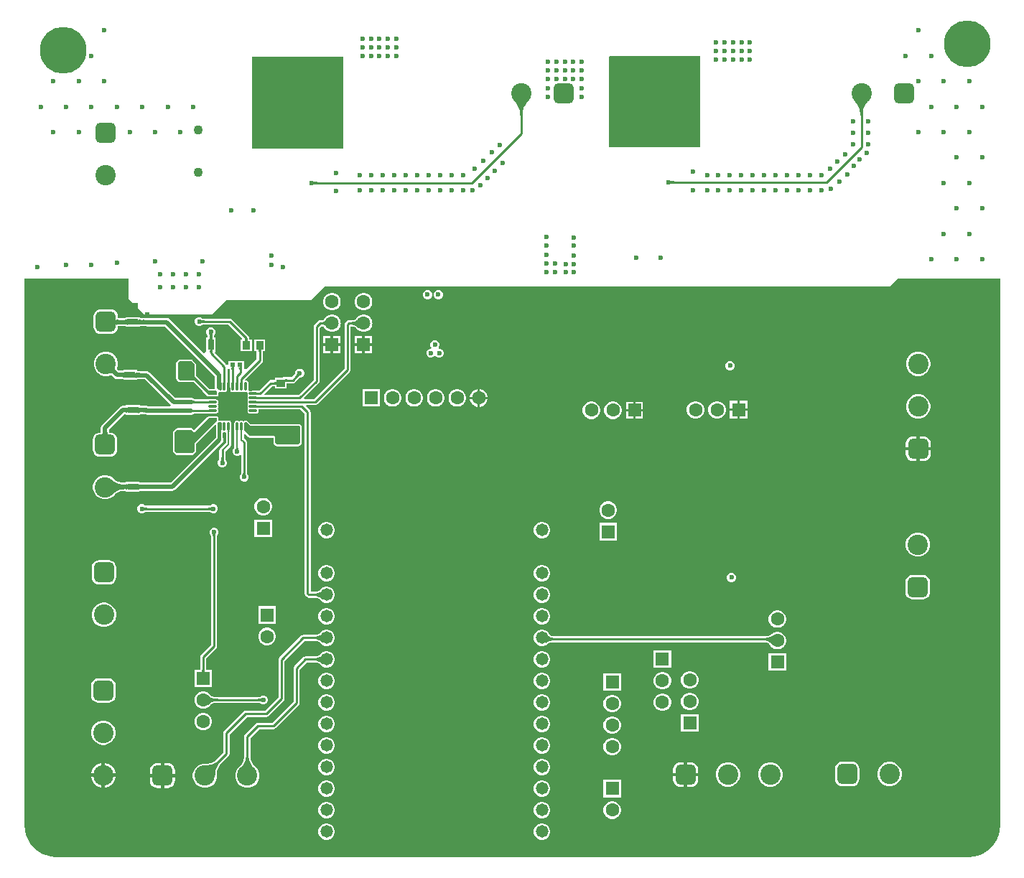
<source format=gbl>
G04*
G04 #@! TF.GenerationSoftware,Altium Limited,Altium Designer,22.10.1 (41)*
G04*
G04 Layer_Physical_Order=4*
G04 Layer_Color=16711680*
%FSLAX25Y25*%
%MOIN*%
G70*
G04*
G04 #@! TF.SameCoordinates,F8C157B4-DA96-4F04-9901-D09C045D4249*
G04*
G04*
G04 #@! TF.FilePolarity,Positive*
G04*
G01*
G75*
%ADD14C,0.01000*%
%ADD32R,0.03937X0.03740*%
%ADD36R,0.03150X0.05118*%
%ADD37R,0.05118X0.03150*%
%ADD72C,0.05800*%
%ADD77C,0.21654*%
%ADD84C,0.02000*%
%ADD88C,0.00700*%
%ADD89C,0.09449*%
G04:AMPARAMS|DCode=90|XSize=94.49mil|YSize=94.49mil|CornerRadius=23.62mil|HoleSize=0mil|Usage=FLASHONLY|Rotation=90.000|XOffset=0mil|YOffset=0mil|HoleType=Round|Shape=RoundedRectangle|*
%AMROUNDEDRECTD90*
21,1,0.09449,0.04724,0,0,90.0*
21,1,0.04724,0.09449,0,0,90.0*
1,1,0.04724,0.02362,0.02362*
1,1,0.04724,0.02362,-0.02362*
1,1,0.04724,-0.02362,-0.02362*
1,1,0.04724,-0.02362,0.02362*
%
%ADD90ROUNDEDRECTD90*%
G04:AMPARAMS|DCode=91|XSize=94.49mil|YSize=94.49mil|CornerRadius=23.62mil|HoleSize=0mil|Usage=FLASHONLY|Rotation=0.000|XOffset=0mil|YOffset=0mil|HoleType=Round|Shape=RoundedRectangle|*
%AMROUNDEDRECTD91*
21,1,0.09449,0.04724,0,0,0.0*
21,1,0.04724,0.09449,0,0,0.0*
1,1,0.04724,0.02362,-0.02362*
1,1,0.04724,-0.02362,-0.02362*
1,1,0.04724,-0.02362,0.02362*
1,1,0.04724,0.02362,0.02362*
%
%ADD91ROUNDEDRECTD91*%
%ADD92C,0.04331*%
%ADD93C,0.06299*%
%ADD94R,0.06299X0.06299*%
%ADD95R,0.06299X0.06299*%
%ADD96C,0.02362*%
%ADD105R,0.03740X0.03937*%
%ADD106R,0.02480X0.02323*%
%ADD107R,0.02323X0.02480*%
G04:AMPARAMS|DCode=108|XSize=37.8mil|YSize=10.63mil|CornerRadius=1.33mil|HoleSize=0mil|Usage=FLASHONLY|Rotation=180.000|XOffset=0mil|YOffset=0mil|HoleType=Round|Shape=RoundedRectangle|*
%AMROUNDEDRECTD108*
21,1,0.03780,0.00797,0,0,180.0*
21,1,0.03514,0.01063,0,0,180.0*
1,1,0.00266,-0.01757,0.00399*
1,1,0.00266,0.01757,0.00399*
1,1,0.00266,0.01757,-0.00399*
1,1,0.00266,-0.01757,-0.00399*
%
%ADD108ROUNDEDRECTD108*%
G04:AMPARAMS|DCode=109|XSize=37.8mil|YSize=10.63mil|CornerRadius=1.33mil|HoleSize=0mil|Usage=FLASHONLY|Rotation=270.000|XOffset=0mil|YOffset=0mil|HoleType=Round|Shape=RoundedRectangle|*
%AMROUNDEDRECTD109*
21,1,0.03780,0.00797,0,0,270.0*
21,1,0.03514,0.01063,0,0,270.0*
1,1,0.00266,-0.00399,-0.01757*
1,1,0.00266,-0.00399,0.01757*
1,1,0.00266,0.00399,0.01757*
1,1,0.00266,0.00399,-0.01757*
%
%ADD109ROUNDEDRECTD109*%
%ADD110R,0.12205X0.12205*%
G36*
X234860Y351966D02*
X234383Y351371D01*
X233962Y350746D01*
X233597Y350092D01*
X233288Y349408D01*
X233036Y348693D01*
X232839Y347949D01*
X232699Y347175D01*
X232615Y346372D01*
X232587Y345538D01*
X231587D01*
X231558Y346372D01*
X231474Y347175D01*
X231334Y347949D01*
X231137Y348693D01*
X230885Y349408D01*
X230576Y350092D01*
X230211Y350746D01*
X229790Y351371D01*
X229313Y351966D01*
X228780Y352532D01*
X235394D01*
X234860Y351966D01*
D02*
G37*
G36*
X392744Y351911D02*
X392267Y351316D01*
X391845Y350691D01*
X391481Y350037D01*
X391172Y349352D01*
X390919Y348638D01*
X390723Y347894D01*
X390582Y347120D01*
X390498Y346317D01*
X390470Y345483D01*
X389470D01*
X389442Y346317D01*
X389358Y347120D01*
X389217Y347894D01*
X389021Y348638D01*
X388768Y349352D01*
X388459Y350037D01*
X388095Y350691D01*
X387673Y351316D01*
X387196Y351911D01*
X386663Y352476D01*
X393277D01*
X392744Y351911D01*
D02*
G37*
G36*
X315021Y373325D02*
X315021Y373324D01*
Y331012D01*
X315013Y331004D01*
X272638D01*
Y372973D01*
X272991Y373327D01*
X315021Y373325D01*
D02*
G37*
G36*
X149345Y330219D02*
X107010D01*
Y372966D01*
X149345D01*
Y330219D01*
D02*
G37*
G36*
X301445Y315428D02*
X301539Y315372D01*
X301654Y315323D01*
X301788Y315281D01*
X301942Y315245D01*
X302117Y315215D01*
X302526Y315176D01*
X302760Y315166D01*
X303015Y315163D01*
Y314163D01*
X302760Y314160D01*
X302117Y314111D01*
X301942Y314081D01*
X301788Y314045D01*
X301654Y314003D01*
X301539Y313954D01*
X301445Y313898D01*
X301371Y313836D01*
Y315490D01*
X301445Y315428D01*
D02*
G37*
G36*
X135839Y315073D02*
X135933Y315017D01*
X136047Y314968D01*
X136181Y314926D01*
X136336Y314890D01*
X136510Y314860D01*
X136919Y314821D01*
X137154Y314811D01*
X137409Y314808D01*
Y313808D01*
X137154Y313805D01*
X136510Y313756D01*
X136336Y313726D01*
X136181Y313690D01*
X136047Y313648D01*
X135933Y313599D01*
X135839Y313543D01*
X135765Y313481D01*
Y315135D01*
X135839Y315073D01*
D02*
G37*
G36*
X454346Y16038D02*
X454363Y15956D01*
X454188Y13738D01*
X453650Y11496D01*
X452767Y9365D01*
X451562Y7398D01*
X450064Y5645D01*
X448310Y4147D01*
X446344Y2942D01*
X444213Y2059D01*
X441970Y1521D01*
X439757Y1346D01*
X439677Y1362D01*
X16253Y1444D01*
X16142Y1466D01*
X16060Y1450D01*
X13842Y1625D01*
X11600Y2163D01*
X9469Y3046D01*
X7502Y4251D01*
X5749Y5749D01*
X4251Y7502D01*
X3046Y9469D01*
X2163Y11600D01*
X1625Y13842D01*
X1450Y16060D01*
X1466Y16142D01*
X1466Y269980D01*
X49902D01*
Y260728D01*
X57185Y253445D01*
X88836D01*
X95276Y259884D01*
X134294D01*
X140650Y266240D01*
X403051D01*
X406791Y269980D01*
X454335D01*
X454346Y16038D01*
D02*
G37*
%LPC*%
G36*
X194016Y264581D02*
X193188D01*
X192423Y264264D01*
X191838Y263679D01*
X191521Y262914D01*
Y262086D01*
X191838Y261321D01*
X192423Y260736D01*
X193188Y260419D01*
X194016D01*
X194781Y260736D01*
X195367Y261321D01*
X195684Y262086D01*
Y262914D01*
X195367Y263679D01*
X194781Y264264D01*
X194016Y264581D01*
D02*
G37*
G36*
X188997D02*
X188169D01*
X187404Y264264D01*
X186818Y263679D01*
X186502Y262914D01*
Y262086D01*
X186818Y261321D01*
X187404Y260736D01*
X188169Y260419D01*
X188997D01*
X189761Y260736D01*
X190347Y261321D01*
X190664Y262086D01*
Y262914D01*
X190347Y263679D01*
X189761Y264264D01*
X188997Y264581D01*
D02*
G37*
G36*
X159391Y263302D02*
X158325D01*
X157295Y263026D01*
X156372Y262492D01*
X155618Y261738D01*
X155085Y260815D01*
X154809Y259785D01*
Y258719D01*
X155085Y257689D01*
X155618Y256766D01*
X156372Y256012D01*
X157295Y255478D01*
X158325Y255202D01*
X159391D01*
X160421Y255478D01*
X161345Y256012D01*
X162099Y256766D01*
X162632Y257689D01*
X162908Y258719D01*
Y259785D01*
X162632Y260815D01*
X162099Y261738D01*
X161345Y262492D01*
X160421Y263026D01*
X159391Y263302D01*
D02*
G37*
G36*
X144726D02*
X143660D01*
X142630Y263026D01*
X141706Y262492D01*
X140952Y261738D01*
X140419Y260815D01*
X140143Y259785D01*
Y258719D01*
X140419Y257689D01*
X140952Y256766D01*
X141706Y256012D01*
X142630Y255478D01*
X143660Y255202D01*
X144726D01*
X145756Y255478D01*
X146679Y256012D01*
X147433Y256766D01*
X147967Y257689D01*
X148242Y258719D01*
Y259785D01*
X147967Y260815D01*
X147433Y261738D01*
X146679Y262492D01*
X145756Y263026D01*
X144726Y263302D01*
D02*
G37*
G36*
X41634Y255653D02*
X36909D01*
X36058Y255540D01*
X35264Y255212D01*
X34583Y254689D01*
X34060Y254007D01*
X33731Y253214D01*
X33619Y252362D01*
Y247638D01*
X33731Y246786D01*
X34060Y245993D01*
X34583Y245311D01*
X35264Y244788D01*
X36058Y244460D01*
X36909Y244347D01*
X41634D01*
X42486Y244460D01*
X43279Y244788D01*
X43961Y245311D01*
X44484Y245993D01*
X44812Y246786D01*
X44924Y247638D01*
Y247817D01*
X48611D01*
Y247528D01*
X49314D01*
X49323Y247527D01*
X49332Y247528D01*
X54409D01*
X54417Y247527D01*
X54426Y247528D01*
X55129D01*
Y247817D01*
X58217D01*
X58465Y247767D01*
X66759D01*
X89947Y224580D01*
X89947Y219197D01*
X89911Y219088D01*
X89551Y218697D01*
X87462Y218697D01*
X81127Y225032D01*
Y230192D01*
X81073Y230465D01*
X80918Y230697D01*
X79540Y232075D01*
X79309Y232229D01*
X79035Y232284D01*
X73401D01*
X73128Y232229D01*
X72896Y232075D01*
X72133Y231312D01*
X71978Y231080D01*
X71924Y230807D01*
Y223622D01*
X71978Y223349D01*
X72133Y223117D01*
X73216Y222035D01*
X73447Y221880D01*
X73721Y221826D01*
X79626D01*
X80141Y221826D01*
X84223Y217743D01*
X86504Y215463D01*
X86735Y215308D01*
X87008Y215254D01*
X90661D01*
X90934Y215308D01*
X91166Y215463D01*
X91369Y215666D01*
X91524Y215898D01*
X91578Y216171D01*
Y216925D01*
X91912Y217369D01*
X92710D01*
X93035Y217433D01*
X93295Y217607D01*
X93556Y217433D01*
X93881Y217369D01*
X94678D01*
X95003Y217433D01*
X95279Y217617D01*
X95463Y217893D01*
X95527Y218218D01*
Y219322D01*
X95598Y219428D01*
X95707Y219975D01*
Y227873D01*
X96203Y227883D01*
X96702Y227882D01*
Y220061D01*
X96702Y220061D01*
X96811Y219515D01*
X96969Y219279D01*
Y218218D01*
X97033Y217893D01*
X97217Y217617D01*
X97493Y217433D01*
X97818Y217369D01*
X98615D01*
X98940Y217433D01*
X99201Y217607D01*
X99461Y217433D01*
X99786Y217369D01*
X100584D01*
X100909Y217433D01*
X101169Y217607D01*
X101430Y217433D01*
X101755Y217369D01*
X102552D01*
X102877Y217433D01*
X103138Y217607D01*
X103399Y217433D01*
X103723Y217369D01*
X104521D01*
X104551Y217375D01*
X104967Y216959D01*
X104961Y216929D01*
Y216131D01*
X105025Y215806D01*
X105200Y215546D01*
X105025Y215285D01*
X104961Y214960D01*
Y214163D01*
X105025Y213838D01*
X105200Y213577D01*
X105025Y213316D01*
X104961Y212991D01*
Y212194D01*
X105025Y211869D01*
X105200Y211609D01*
X105025Y211348D01*
X104961Y211023D01*
Y210226D01*
X105025Y209901D01*
X105200Y209640D01*
X105025Y209380D01*
X104961Y209054D01*
Y208257D01*
X105025Y207932D01*
X105210Y207657D01*
X105485Y207473D01*
X105810Y207408D01*
X109324D01*
X109649Y207473D01*
X109924Y207657D01*
X110108Y207932D01*
X110173Y208257D01*
Y209054D01*
X110290Y209197D01*
X129593D01*
X131525Y207264D01*
Y123735D01*
X131525Y123735D01*
X131634Y123189D01*
X131943Y122726D01*
X132529Y122140D01*
X132529Y122140D01*
X132992Y121831D01*
X133539Y121722D01*
X137190D01*
X137219Y121715D01*
X137603Y121595D01*
X137961Y121449D01*
X138294Y121279D01*
X138499Y121149D01*
X138691Y120816D01*
X139399Y120109D01*
X140266Y119609D01*
X141232Y119350D01*
X142233D01*
X143199Y119609D01*
X144065Y120109D01*
X144773Y120816D01*
X145273Y121683D01*
X145532Y122649D01*
Y123650D01*
X145273Y124616D01*
X144773Y125483D01*
X144065Y126190D01*
X143199Y126691D01*
X142233Y126950D01*
X141232D01*
X140266Y126691D01*
X139399Y126190D01*
X138691Y125483D01*
X138499Y125150D01*
X138294Y125020D01*
X137961Y124850D01*
X137603Y124704D01*
X137219Y124584D01*
X137190Y124577D01*
X134380D01*
Y207855D01*
X134380Y207855D01*
X134272Y208402D01*
X133962Y208865D01*
X132123Y210703D01*
X132315Y211165D01*
X136307D01*
X136307Y211165D01*
X136853Y211274D01*
X137316Y211584D01*
X152486Y226753D01*
X152795Y227216D01*
X152904Y227763D01*
X152904Y227763D01*
Y247785D01*
X153937D01*
X154027Y247764D01*
X154436Y247636D01*
X154814Y247482D01*
X155162Y247302D01*
X155394Y247152D01*
X155618Y246765D01*
X156372Y246011D01*
X157295Y245478D01*
X158325Y245202D01*
X159391D01*
X160421Y245478D01*
X161345Y246011D01*
X162099Y246765D01*
X162632Y247689D01*
X162868Y248569D01*
X162933Y248666D01*
X163042Y249213D01*
X162933Y249759D01*
X162903Y249804D01*
X162632Y250815D01*
X162099Y251739D01*
X161345Y252492D01*
X160421Y253026D01*
X159391Y253302D01*
X158325D01*
X157295Y253026D01*
X156372Y252492D01*
X155618Y251739D01*
X155351Y251277D01*
X155128Y251128D01*
X154789Y250947D01*
X154419Y250792D01*
X154016Y250663D01*
X153917Y250640D01*
X152062D01*
X151516Y250531D01*
X151053Y250222D01*
X151053Y250222D01*
X150467Y249636D01*
X150158Y249173D01*
X150049Y248627D01*
X150049Y248627D01*
Y228354D01*
X135715Y214020D01*
X131392D01*
X131201Y214482D01*
X138116Y221397D01*
X138116Y221397D01*
X138425Y221860D01*
X138534Y222407D01*
Y247046D01*
X139272Y247785D01*
X140340D01*
X140400Y247762D01*
X140419Y247689D01*
X140952Y246765D01*
X141706Y246011D01*
X142630Y245478D01*
X143660Y245202D01*
X144726D01*
X145756Y245478D01*
X146679Y246011D01*
X147433Y246765D01*
X147967Y247689D01*
X148202Y248569D01*
X148268Y248666D01*
X148376Y249213D01*
X148268Y249759D01*
X148238Y249804D01*
X147967Y250815D01*
X147433Y251739D01*
X146679Y252492D01*
X145756Y253026D01*
X144726Y253302D01*
X143660D01*
X142630Y253026D01*
X141706Y252492D01*
X140952Y251739D01*
X140419Y250815D01*
X140379Y250664D01*
X140318Y250640D01*
X138681D01*
X138135Y250531D01*
X137672Y250222D01*
X137672Y250222D01*
X136097Y248647D01*
X135787Y248184D01*
X135679Y247638D01*
X135679Y247638D01*
Y222998D01*
X128670Y215989D01*
X113055D01*
X112864Y216451D01*
X116399Y219986D01*
X117706D01*
Y218843D01*
X123043D01*
Y221356D01*
X125980D01*
X125980Y221356D01*
X126526Y221465D01*
X126990Y221774D01*
X129188Y223972D01*
X129664D01*
X130429Y224289D01*
X131015Y224875D01*
X131331Y225640D01*
Y226467D01*
X131015Y227232D01*
X130429Y227818D01*
X129664Y228134D01*
X128836D01*
X128071Y227818D01*
X127486Y227232D01*
X127169Y226467D01*
Y225991D01*
X125389Y224211D01*
X121744D01*
X121744Y224211D01*
X121198Y224102D01*
X121020Y223984D01*
X117706D01*
Y222841D01*
X115808D01*
X115808Y222841D01*
X115261Y222732D01*
X114798Y222423D01*
X114798Y222423D01*
X110333Y217957D01*
X107567D01*
X107021Y217849D01*
X106914Y217778D01*
X105810D01*
X105780Y217772D01*
X105364Y218188D01*
X105370Y218218D01*
Y221732D01*
X105305Y222057D01*
X105121Y222332D01*
X104846Y222516D01*
X104521Y222581D01*
X104020D01*
X103813Y223081D01*
X111726Y230994D01*
X111726Y230994D01*
X112035Y231457D01*
X112144Y232003D01*
Y236187D01*
X113287D01*
Y241524D01*
X108146D01*
Y236187D01*
X109289D01*
Y232594D01*
X104513Y227818D01*
X104482D01*
X104417Y227883D01*
X103469D01*
Y231763D01*
X96203D01*
Y230379D01*
X96183Y230345D01*
X95703Y229958D01*
X95289D01*
X94941Y230306D01*
X89754Y235493D01*
X89961Y235993D01*
X90254D01*
Y242511D01*
X89407D01*
Y243687D01*
X89744Y244023D01*
X90061Y244788D01*
Y245616D01*
X89744Y246381D01*
X89158Y246967D01*
X88393Y247284D01*
X87566D01*
X86801Y246967D01*
X86215Y246381D01*
X85899Y245616D01*
Y244788D01*
X86215Y244023D01*
X86552Y243687D01*
Y242511D01*
X85705D01*
Y235993D01*
X85472D01*
X84743Y235263D01*
X68932Y251075D01*
X68303Y251495D01*
X67562Y251642D01*
X58663D01*
X58415Y251691D01*
X55129D01*
Y252078D01*
X54426D01*
X54417Y252080D01*
X54409Y252078D01*
X49332D01*
X49323Y252080D01*
X49314Y252078D01*
X48611D01*
Y251691D01*
X44924D01*
Y252362D01*
X44812Y253214D01*
X44484Y254007D01*
X43961Y254689D01*
X43279Y255212D01*
X42486Y255540D01*
X41634Y255653D01*
D02*
G37*
G36*
X162795Y243189D02*
X159508D01*
Y239902D01*
X162795D01*
Y243189D01*
D02*
G37*
G36*
X148130D02*
X144843D01*
Y239902D01*
X148130D01*
Y243189D01*
D02*
G37*
G36*
X143543D02*
X140256D01*
Y239902D01*
X143543D01*
Y243189D01*
D02*
G37*
G36*
X158208D02*
X154921D01*
Y239902D01*
X158208D01*
Y243189D01*
D02*
G37*
G36*
X83078Y252081D02*
X82250D01*
X81485Y251764D01*
X80900Y251179D01*
X80583Y250414D01*
Y249586D01*
X80900Y248821D01*
X81485Y248236D01*
X82250Y247919D01*
X83078D01*
X83843Y248236D01*
X84180Y248573D01*
X96051D01*
X102599Y242024D01*
X102392Y241524D01*
X101847D01*
Y236187D01*
X106987D01*
Y241524D01*
X105845D01*
Y242224D01*
X105736Y242771D01*
X105427Y243234D01*
X105427Y243234D01*
X97651Y251009D01*
X97188Y251319D01*
X96642Y251427D01*
X96642Y251427D01*
X84180D01*
X83843Y251764D01*
X83078Y252081D01*
D02*
G37*
G36*
X162795Y238602D02*
X159508D01*
Y235315D01*
X162795D01*
Y238602D01*
D02*
G37*
G36*
X158208D02*
X154921D01*
Y235315D01*
X158208D01*
Y238602D01*
D02*
G37*
G36*
X148130D02*
X144843D01*
Y235315D01*
X148130D01*
Y238602D01*
D02*
G37*
G36*
X143543D02*
X140256D01*
Y235315D01*
X143543D01*
Y238602D01*
D02*
G37*
G36*
X192441Y241333D02*
X191614D01*
X190849Y241016D01*
X190263Y240431D01*
X189946Y239666D01*
Y238838D01*
X190263Y238073D01*
X190421Y237916D01*
X190214Y237416D01*
X189644D01*
X188879Y237099D01*
X188293Y236513D01*
X187976Y235749D01*
Y234921D01*
X188293Y234156D01*
X188879Y233570D01*
X189644Y233254D01*
X190471D01*
X191236Y233570D01*
X191729Y234063D01*
X192027Y234118D01*
X192324Y234063D01*
X192817Y233570D01*
X193582Y233254D01*
X194410D01*
X195175Y233570D01*
X195760Y234156D01*
X196077Y234921D01*
Y235749D01*
X195760Y236513D01*
X195175Y237099D01*
X194410Y237416D01*
X193842D01*
X193634Y237916D01*
X193792Y238073D01*
X194109Y238838D01*
Y239666D01*
X193792Y240431D01*
X193206Y241016D01*
X192441Y241333D01*
D02*
G37*
G36*
X329449Y231609D02*
X328622D01*
X327857Y231292D01*
X327271Y230706D01*
X326954Y229942D01*
Y229114D01*
X327271Y228349D01*
X327857Y227763D01*
X328622Y227447D01*
X329449D01*
X330214Y227763D01*
X330800Y228349D01*
X331117Y229114D01*
Y229942D01*
X330800Y230706D01*
X330214Y231292D01*
X329449Y231609D01*
D02*
G37*
G36*
X417079Y235939D02*
X415598D01*
X414168Y235556D01*
X412885Y234816D01*
X411838Y233768D01*
X411097Y232486D01*
X410714Y231055D01*
Y229574D01*
X411097Y228144D01*
X411838Y226862D01*
X412885Y225814D01*
X414168Y225074D01*
X415598Y224691D01*
X417079D01*
X418509Y225074D01*
X419792Y225814D01*
X420839Y226862D01*
X421580Y228144D01*
X421963Y229574D01*
Y231055D01*
X421580Y232486D01*
X420839Y233768D01*
X419792Y234816D01*
X418509Y235556D01*
X417079Y235939D01*
D02*
G37*
G36*
X212928Y218717D02*
X212882D01*
Y215067D01*
X216531D01*
Y215113D01*
X216249Y216169D01*
X215702Y217115D01*
X214930Y217887D01*
X213984Y218434D01*
X212928Y218717D01*
D02*
G37*
G36*
X211882D02*
X211836D01*
X210780Y218434D01*
X209834Y217887D01*
X209061Y217115D01*
X208515Y216169D01*
X208232Y215113D01*
Y215067D01*
X211882D01*
Y218717D01*
D02*
G37*
G36*
X40012Y235939D02*
X38531D01*
X37101Y235556D01*
X35818Y234816D01*
X34771Y233768D01*
X34031Y232486D01*
X33647Y231055D01*
Y229574D01*
X34031Y228144D01*
X34771Y226862D01*
X35818Y225814D01*
X37101Y225074D01*
X38531Y224691D01*
X40012D01*
X41443Y225074D01*
X41652Y225195D01*
X43008Y223839D01*
X43637Y223419D01*
X44378Y223271D01*
X47332D01*
Y222922D01*
X48035D01*
X48044Y222920D01*
X48052Y222922D01*
X53129D01*
X53138Y222920D01*
X53146Y222922D01*
X53850D01*
Y223159D01*
X56203D01*
X56250Y223149D01*
X56309Y223161D01*
X57350D01*
X69288Y211223D01*
X69367Y211171D01*
X69215Y210671D01*
X58948D01*
X58896Y210705D01*
X58155Y210853D01*
X54962D01*
Y211196D01*
X54259D01*
X54251Y211197D01*
X54242Y211196D01*
X49165D01*
X49156Y211197D01*
X49148Y211196D01*
X48444D01*
Y210854D01*
X47205D01*
X46463Y210707D01*
X45835Y210287D01*
X37508Y201960D01*
X37088Y201332D01*
X36941Y200591D01*
Y198468D01*
X36516D01*
X35664Y198355D01*
X34871Y198027D01*
X34189Y197504D01*
X33666Y196822D01*
X33338Y196029D01*
X33226Y195177D01*
Y190453D01*
X33338Y189601D01*
X33666Y188808D01*
X34189Y188126D01*
X34871Y187603D01*
X35664Y187275D01*
X36516Y187162D01*
X41240D01*
X42092Y187275D01*
X42885Y187603D01*
X43567Y188126D01*
X44090Y188808D01*
X44418Y189601D01*
X44531Y190453D01*
Y195177D01*
X44418Y196029D01*
X44090Y196822D01*
X43567Y197504D01*
X42885Y198027D01*
X42092Y198355D01*
X41240Y198468D01*
X40815D01*
Y199788D01*
X47944Y206917D01*
X48444Y206829D01*
Y206646D01*
X49148D01*
X49156Y206645D01*
X49165Y206646D01*
X54242D01*
X54251Y206645D01*
X54259Y206646D01*
X54962D01*
Y206978D01*
X56475D01*
Y206872D01*
X57179D01*
X57187Y206870D01*
X57196Y206872D01*
X57955D01*
X58337Y206796D01*
X58376Y206804D01*
X58415Y206796D01*
X78958D01*
X79699Y206944D01*
X80125Y207228D01*
X88866D01*
X89412Y207337D01*
X89519Y207408D01*
X90623D01*
X90948Y207473D01*
X91224Y207657D01*
X91408Y207932D01*
X91472Y208257D01*
Y209054D01*
X91408Y209380D01*
X91233Y209640D01*
X91408Y209901D01*
X91472Y210226D01*
Y211023D01*
X91408Y211348D01*
X91233Y211609D01*
X91408Y211869D01*
X91472Y212194D01*
Y212991D01*
X91408Y213316D01*
X91224Y213592D01*
X90948Y213776D01*
X90623Y213841D01*
X89519D01*
X89412Y213912D01*
X88866Y214020D01*
X80325D01*
X79782Y214383D01*
X79041Y214530D01*
X71460D01*
X59522Y226468D01*
X58894Y226888D01*
X58152Y227036D01*
X56262D01*
X56245Y227032D01*
X56241Y227033D01*
X53850D01*
Y227472D01*
X53146D01*
X53138Y227473D01*
X53129Y227472D01*
X48052D01*
X48044Y227473D01*
X48035Y227472D01*
X47332D01*
Y227146D01*
X45180D01*
X44392Y227935D01*
X44513Y228144D01*
X44896Y229574D01*
Y231055D01*
X44513Y232486D01*
X43772Y233768D01*
X42725Y234816D01*
X41443Y235556D01*
X40012Y235939D01*
D02*
G37*
G36*
X202915Y218617D02*
X201849D01*
X200819Y218340D01*
X199895Y217807D01*
X199141Y217053D01*
X198608Y216130D01*
X198332Y215100D01*
Y214034D01*
X198608Y213004D01*
X199141Y212080D01*
X199895Y211326D01*
X200819Y210793D01*
X201849Y210517D01*
X202915D01*
X203945Y210793D01*
X204868Y211326D01*
X205622Y212080D01*
X206155Y213004D01*
X206432Y214034D01*
Y215100D01*
X206155Y216130D01*
X205622Y217053D01*
X204868Y217807D01*
X203945Y218340D01*
X202915Y218617D01*
D02*
G37*
G36*
X192915D02*
X191849D01*
X190819Y218340D01*
X189895Y217807D01*
X189141Y217053D01*
X188608Y216130D01*
X188332Y215100D01*
Y214034D01*
X188608Y213004D01*
X189141Y212080D01*
X189895Y211326D01*
X190819Y210793D01*
X191849Y210517D01*
X192915D01*
X193945Y210793D01*
X194868Y211326D01*
X195622Y212080D01*
X196156Y213004D01*
X196432Y214034D01*
Y215100D01*
X196156Y216130D01*
X195622Y217053D01*
X194868Y217807D01*
X193945Y218340D01*
X192915Y218617D01*
D02*
G37*
G36*
X182915D02*
X181849D01*
X180819Y218340D01*
X179895Y217807D01*
X179141Y217053D01*
X178608Y216130D01*
X178332Y215100D01*
Y214034D01*
X178608Y213004D01*
X179141Y212080D01*
X179895Y211326D01*
X180819Y210793D01*
X181849Y210517D01*
X182915D01*
X183945Y210793D01*
X184868Y211326D01*
X185622Y212080D01*
X186155Y213004D01*
X186432Y214034D01*
Y215100D01*
X186155Y216130D01*
X185622Y217053D01*
X184868Y217807D01*
X183945Y218340D01*
X182915Y218617D01*
D02*
G37*
G36*
X172915D02*
X171849D01*
X170819Y218340D01*
X169895Y217807D01*
X169141Y217053D01*
X168608Y216130D01*
X168332Y215100D01*
Y214034D01*
X168608Y213004D01*
X169141Y212080D01*
X169895Y211326D01*
X170819Y210793D01*
X171849Y210517D01*
X172915D01*
X173945Y210793D01*
X174868Y211326D01*
X175622Y212080D01*
X176155Y213004D01*
X176432Y214034D01*
Y215100D01*
X176155Y216130D01*
X175622Y217053D01*
X174868Y217807D01*
X173945Y218340D01*
X172915Y218617D01*
D02*
G37*
G36*
X166431D02*
X158332D01*
Y210517D01*
X166431D01*
Y218617D01*
D02*
G37*
G36*
X216531Y214067D02*
X212882D01*
Y210417D01*
X212928D01*
X213984Y210700D01*
X214930Y211246D01*
X215702Y212019D01*
X216249Y212965D01*
X216531Y214021D01*
Y214067D01*
D02*
G37*
G36*
X211882D02*
X208232D01*
Y214021D01*
X208515Y212965D01*
X209061Y212019D01*
X209834Y211246D01*
X210780Y210700D01*
X211836Y210417D01*
X211882D01*
Y214067D01*
D02*
G37*
G36*
X337122Y213161D02*
X333472D01*
Y209512D01*
X337122D01*
Y213161D01*
D02*
G37*
G36*
X332472D02*
X328823D01*
Y209512D01*
X332472D01*
Y213161D01*
D02*
G37*
G36*
X288602Y212787D02*
X285165D01*
Y209350D01*
X288602D01*
Y212787D01*
D02*
G37*
G36*
X284165D02*
X280728D01*
Y209350D01*
X284165D01*
Y212787D01*
D02*
G37*
G36*
X417079Y216254D02*
X415598D01*
X414168Y215871D01*
X412885Y215131D01*
X411838Y214083D01*
X411097Y212801D01*
X410714Y211370D01*
Y209889D01*
X411097Y208459D01*
X411838Y207176D01*
X412885Y206129D01*
X414168Y205389D01*
X415598Y205006D01*
X417079D01*
X418509Y205389D01*
X419792Y206129D01*
X420839Y207176D01*
X421580Y208459D01*
X421963Y209889D01*
Y211370D01*
X421580Y212801D01*
X420839Y214083D01*
X419792Y215131D01*
X418509Y215871D01*
X417079Y216254D01*
D02*
G37*
G36*
X323505Y213061D02*
X322439D01*
X321409Y212785D01*
X320486Y212252D01*
X319732Y211498D01*
X319199Y210575D01*
X318923Y209545D01*
Y208479D01*
X319199Y207449D01*
X319732Y206525D01*
X320486Y205771D01*
X321409Y205238D01*
X322439Y204962D01*
X323505D01*
X324535Y205238D01*
X325459Y205771D01*
X326213Y206525D01*
X326746Y207449D01*
X327022Y208479D01*
Y209545D01*
X326746Y210575D01*
X326213Y211498D01*
X325459Y212252D01*
X324535Y212785D01*
X323505Y213061D01*
D02*
G37*
G36*
X313506D02*
X312439D01*
X311409Y212785D01*
X310486Y212252D01*
X309732Y211498D01*
X309199Y210575D01*
X308923Y209545D01*
Y208479D01*
X309199Y207449D01*
X309732Y206525D01*
X310486Y205771D01*
X311409Y205238D01*
X312439Y204962D01*
X313506D01*
X314535Y205238D01*
X315459Y205771D01*
X316213Y206525D01*
X316746Y207449D01*
X317022Y208479D01*
Y209545D01*
X316746Y210575D01*
X316213Y211498D01*
X315459Y212252D01*
X314535Y212785D01*
X313506Y213061D01*
D02*
G37*
G36*
X288602Y208350D02*
X285165D01*
Y204913D01*
X288602D01*
Y208350D01*
D02*
G37*
G36*
X284165D02*
X280728D01*
Y204913D01*
X284165D01*
Y208350D01*
D02*
G37*
G36*
X337122Y208512D02*
X333472D01*
Y204862D01*
X337122D01*
Y208512D01*
D02*
G37*
G36*
X332472D02*
X328823D01*
Y204862D01*
X332472D01*
Y208512D01*
D02*
G37*
G36*
X275199Y212899D02*
X274132D01*
X273102Y212624D01*
X272179Y212090D01*
X271425Y211336D01*
X270892Y210413D01*
X270616Y209383D01*
Y208317D01*
X270892Y207287D01*
X271425Y206363D01*
X272179Y205609D01*
X273102Y205076D01*
X274132Y204800D01*
X275199D01*
X276228Y205076D01*
X277152Y205609D01*
X277906Y206363D01*
X278439Y207287D01*
X278715Y208317D01*
Y209383D01*
X278439Y210413D01*
X277906Y211336D01*
X277152Y212090D01*
X276228Y212624D01*
X275199Y212899D01*
D02*
G37*
G36*
X265198D02*
X264132D01*
X263102Y212624D01*
X262179Y212090D01*
X261425Y211336D01*
X260892Y210413D01*
X260616Y209383D01*
Y208317D01*
X260892Y207287D01*
X261425Y206363D01*
X262179Y205609D01*
X263102Y205076D01*
X264132Y204800D01*
X265198D01*
X266228Y205076D01*
X267152Y205609D01*
X267906Y206363D01*
X268439Y207287D01*
X268715Y208317D01*
Y209383D01*
X268439Y210413D01*
X267906Y211336D01*
X267152Y212090D01*
X266228Y212624D01*
X265198Y212899D01*
D02*
G37*
G36*
X104674Y203961D02*
X103720D01*
X103447Y203906D01*
X103216Y203752D01*
X103118Y203654D01*
X102877Y203816D01*
X102552Y203880D01*
X101755D01*
X101430Y203816D01*
X101169Y203641D01*
X100909Y203816D01*
X100584Y203880D01*
X99786D01*
X99461Y203816D01*
X99186Y203631D01*
X99002Y203356D01*
X98937Y203031D01*
Y201408D01*
X98910Y201274D01*
Y191334D01*
X98421Y190844D01*
X98104Y190079D01*
Y189251D01*
X98421Y188487D01*
X99006Y187901D01*
X99771Y187584D01*
X100599D01*
X101364Y187901D01*
X101551Y188088D01*
X102051Y187881D01*
Y179349D01*
X101714Y179012D01*
X101397Y178247D01*
Y177419D01*
X101714Y176654D01*
X102300Y176069D01*
X103065Y175752D01*
X103892D01*
X104657Y176069D01*
X105243Y176654D01*
X105560Y177419D01*
Y178247D01*
X105243Y179012D01*
X104906Y179349D01*
Y193754D01*
X104906Y193755D01*
X104797Y194301D01*
X104488Y194764D01*
X104488Y194764D01*
X104060Y195191D01*
X103597Y195501D01*
X103519Y195516D01*
X103428Y195607D01*
Y197859D01*
X103890Y198051D01*
X105606Y196335D01*
X105837Y196180D01*
X106110Y196126D01*
X116978D01*
Y193772D01*
X117032Y193499D01*
X117187Y193267D01*
X118144Y192310D01*
X118376Y192156D01*
X118649Y192101D01*
X128499D01*
X128772Y192156D01*
X129004Y192310D01*
X129970Y193277D01*
X130125Y193509D01*
X130179Y193782D01*
Y201242D01*
X130125Y201516D01*
X129970Y201747D01*
X129540Y202178D01*
X129308Y202333D01*
X129035Y202387D01*
X106544D01*
X105179Y203752D01*
X104947Y203906D01*
X104674Y203961D01*
D02*
G37*
G36*
X418701Y196698D02*
X417139D01*
Y191745D01*
X422092D01*
Y193307D01*
X421977Y194185D01*
X421638Y195003D01*
X421099Y195705D01*
X420396Y196244D01*
X419579Y196583D01*
X418701Y196698D01*
D02*
G37*
G36*
X415539D02*
X413976D01*
X413099Y196583D01*
X412281Y196244D01*
X411578Y195705D01*
X411039Y195003D01*
X410701Y194185D01*
X410585Y193307D01*
Y191745D01*
X415539D01*
Y196698D01*
D02*
G37*
G36*
X422092Y190145D02*
X417139D01*
Y185192D01*
X418701D01*
X419579Y185307D01*
X420396Y185646D01*
X421099Y186185D01*
X421638Y186887D01*
X421977Y187705D01*
X422092Y188583D01*
Y190145D01*
D02*
G37*
G36*
X415539D02*
X410585D01*
Y188583D01*
X410701Y187705D01*
X411039Y186887D01*
X411578Y186185D01*
X412281Y185646D01*
X413099Y185307D01*
X413976Y185192D01*
X415539D01*
Y190145D01*
D02*
G37*
G36*
X90623Y205967D02*
X87109D01*
X87068Y205959D01*
X87033D01*
X86760Y205904D01*
X86528Y205750D01*
X80279Y199501D01*
X79488Y200293D01*
X79256Y200448D01*
X78983Y200502D01*
X72412Y200502D01*
X72139Y200448D01*
X71907Y200293D01*
X70596Y198982D01*
X70441Y198750D01*
X70387Y198477D01*
Y189920D01*
X70441Y189646D01*
X70596Y189415D01*
X71708Y188303D01*
X71940Y188148D01*
X72213Y188094D01*
X79511D01*
X79784Y188148D01*
X80015Y188303D01*
X80918Y189206D01*
X81073Y189437D01*
X81127Y189710D01*
Y193317D01*
X89868Y202058D01*
X90330Y201867D01*
Y196246D01*
X69348Y175264D01*
X58415D01*
X58415Y175264D01*
X54932D01*
Y175602D01*
X54229D01*
X54220Y175603D01*
X54212Y175602D01*
X49135D01*
X49126Y175603D01*
X49118Y175602D01*
X48414D01*
Y175166D01*
X46556D01*
X45976Y175286D01*
X45309Y175477D01*
X44691Y175707D01*
X44121Y175976D01*
X43597Y176284D01*
X43519Y176341D01*
X43379Y176583D01*
X42331Y177631D01*
X41049Y178371D01*
X39619Y178754D01*
X38138D01*
X36707Y178371D01*
X35425Y177631D01*
X34377Y176583D01*
X33637Y175301D01*
X33254Y173870D01*
Y172389D01*
X33637Y170959D01*
X34377Y169676D01*
X35425Y168629D01*
X36707Y167889D01*
X38138Y167506D01*
X39619D01*
X41049Y167889D01*
X42331Y168629D01*
X43379Y169676D01*
X43607Y170072D01*
X43705Y170148D01*
X44208Y170460D01*
X44760Y170734D01*
X45364Y170969D01*
X46021Y171163D01*
X46619Y171291D01*
X48414D01*
Y171052D01*
X49118D01*
X49126Y171050D01*
X49135Y171052D01*
X54212D01*
X54220Y171050D01*
X54229Y171052D01*
X54932D01*
Y171390D01*
X58415D01*
X58415Y171390D01*
X70151D01*
X70892Y171537D01*
X71520Y171957D01*
X93271Y193708D01*
X93691Y194336D01*
X93838Y195077D01*
X93691Y195819D01*
X93557Y196019D01*
X93599Y198441D01*
X93881Y198668D01*
X94678D01*
X94973Y198425D01*
Y193561D01*
X92883Y191470D01*
X92805Y191455D01*
X92342Y191145D01*
X92032Y190682D01*
X91923Y190136D01*
X91923Y190136D01*
Y185866D01*
X91587Y185529D01*
X91270Y184764D01*
Y183936D01*
X91587Y183172D01*
X92172Y182586D01*
X92937Y182269D01*
X93765D01*
X94530Y182586D01*
X95115Y183172D01*
X95432Y183936D01*
Y184764D01*
X95115Y185529D01*
X94778Y185866D01*
Y189761D01*
X97149Y192132D01*
X97426Y192545D01*
X97522Y193033D01*
Y201274D01*
X97496Y201408D01*
Y203031D01*
X97431Y203356D01*
X97247Y203631D01*
X96972Y203816D01*
X96647Y203880D01*
X95849D01*
X95524Y203816D01*
X95264Y203641D01*
X95003Y203816D01*
X94678Y203880D01*
X93881D01*
X93556Y203816D01*
X93347Y203676D01*
X93325Y203680D01*
X93320Y203683D01*
X93317Y203689D01*
X93204Y203761D01*
X93094Y203835D01*
X93088Y203836D01*
X93082Y203839D01*
X92951Y203863D01*
X92821Y203889D01*
X91605D01*
X91514Y204000D01*
Y205177D01*
X91460Y205450D01*
X91305Y205682D01*
X91237Y205750D01*
X91006Y205904D01*
X90732Y205959D01*
X90664D01*
X90623Y205967D01*
D02*
G37*
G36*
X89587Y165172D02*
X88759D01*
X87994Y164855D01*
X87657Y164518D01*
X57520D01*
X57183Y164855D01*
X56418Y165172D01*
X55590D01*
X54825Y164855D01*
X54240Y164269D01*
X53923Y163505D01*
Y162677D01*
X54240Y161912D01*
X54825Y161326D01*
X55590Y161010D01*
X56418D01*
X57183Y161326D01*
X57520Y161663D01*
X87657D01*
X87994Y161326D01*
X88759Y161010D01*
X89587D01*
X90352Y161326D01*
X90938Y161912D01*
X91254Y162677D01*
Y163505D01*
X90938Y164269D01*
X90352Y164855D01*
X89587Y165172D01*
D02*
G37*
G36*
X112836Y168085D02*
X111770D01*
X110740Y167809D01*
X109817Y167276D01*
X109063Y166522D01*
X108529Y165598D01*
X108254Y164569D01*
Y163502D01*
X108529Y162472D01*
X109063Y161549D01*
X109817Y160795D01*
X110740Y160262D01*
X111770Y159986D01*
X112836D01*
X113866Y160262D01*
X114790Y160795D01*
X115544Y161549D01*
X116077Y162472D01*
X116353Y163502D01*
Y164569D01*
X116077Y165598D01*
X115544Y166522D01*
X114790Y167276D01*
X113866Y167809D01*
X112836Y168085D01*
D02*
G37*
G36*
X272974Y166510D02*
X271908D01*
X270878Y166234D01*
X269954Y165701D01*
X269200Y164947D01*
X268667Y164024D01*
X268391Y162994D01*
Y161927D01*
X268667Y160898D01*
X269200Y159974D01*
X269954Y159220D01*
X270878Y158687D01*
X271908Y158411D01*
X272974D01*
X274004Y158687D01*
X274927Y159220D01*
X275681Y159974D01*
X276215Y160898D01*
X276490Y161927D01*
Y162994D01*
X276215Y164024D01*
X275681Y164947D01*
X274927Y165701D01*
X274004Y166234D01*
X272974Y166510D01*
D02*
G37*
G36*
X116353Y158085D02*
X108254D01*
Y149986D01*
X116353D01*
Y158085D01*
D02*
G37*
G36*
X242233Y156950D02*
X241232D01*
X240265Y156691D01*
X239399Y156190D01*
X238691Y155483D01*
X238191Y154616D01*
X237932Y153650D01*
Y152649D01*
X238191Y151683D01*
X238691Y150816D01*
X239399Y150109D01*
X240265Y149609D01*
X241232Y149350D01*
X242233D01*
X243199Y149609D01*
X244065Y150109D01*
X244773Y150816D01*
X245273Y151683D01*
X245532Y152649D01*
Y153650D01*
X245273Y154616D01*
X244773Y155483D01*
X244065Y156190D01*
X243199Y156691D01*
X242233Y156950D01*
D02*
G37*
G36*
X142233D02*
X141232D01*
X140266Y156691D01*
X139399Y156190D01*
X138691Y155483D01*
X138191Y154616D01*
X137932Y153650D01*
Y152649D01*
X138191Y151683D01*
X138691Y150816D01*
X139399Y150109D01*
X140266Y149609D01*
X141232Y149350D01*
X142233D01*
X143199Y149609D01*
X144065Y150109D01*
X144773Y150816D01*
X145273Y151683D01*
X145532Y152649D01*
Y153650D01*
X145273Y154616D01*
X144773Y155483D01*
X144065Y156190D01*
X143199Y156691D01*
X142233Y156950D01*
D02*
G37*
G36*
X276490Y156510D02*
X268391D01*
Y148411D01*
X276490D01*
Y156510D01*
D02*
G37*
G36*
X416882Y152081D02*
X415401D01*
X413971Y151698D01*
X412688Y150957D01*
X411641Y149910D01*
X410900Y148628D01*
X410517Y147197D01*
Y145716D01*
X410900Y144286D01*
X411641Y143003D01*
X412688Y141956D01*
X413971Y141216D01*
X415401Y140832D01*
X416882D01*
X418313Y141216D01*
X419595Y141956D01*
X420642Y143003D01*
X421383Y144286D01*
X421766Y145716D01*
Y147197D01*
X421383Y148628D01*
X420642Y149910D01*
X419595Y150957D01*
X418313Y151698D01*
X416882Y152081D01*
D02*
G37*
G36*
X242233Y136950D02*
X241232D01*
X240265Y136691D01*
X239399Y136190D01*
X238691Y135483D01*
X238191Y134616D01*
X237932Y133650D01*
Y132649D01*
X238191Y131683D01*
X238691Y130816D01*
X239399Y130109D01*
X240265Y129609D01*
X241232Y129350D01*
X242233D01*
X243199Y129609D01*
X244065Y130109D01*
X244773Y130816D01*
X245273Y131683D01*
X245532Y132649D01*
Y133650D01*
X245273Y134616D01*
X244773Y135483D01*
X244065Y136190D01*
X243199Y136691D01*
X242233Y136950D01*
D02*
G37*
G36*
X142233D02*
X141232D01*
X140266Y136691D01*
X139399Y136190D01*
X138691Y135483D01*
X138191Y134616D01*
X137932Y133650D01*
Y132649D01*
X138191Y131683D01*
X138691Y130816D01*
X139399Y130109D01*
X140266Y129609D01*
X141232Y129350D01*
X142233D01*
X143199Y129609D01*
X144065Y130109D01*
X144773Y130816D01*
X145273Y131683D01*
X145532Y132649D01*
Y133650D01*
X145273Y134616D01*
X144773Y135483D01*
X144065Y136190D01*
X143199Y136691D01*
X142233Y136950D01*
D02*
G37*
G36*
X330040Y133282D02*
X329212D01*
X328447Y132965D01*
X327862Y132380D01*
X327545Y131615D01*
Y130787D01*
X327862Y130022D01*
X328447Y129437D01*
X329212Y129120D01*
X330040D01*
X330805Y129437D01*
X331390Y130022D01*
X331707Y130787D01*
Y131615D01*
X331390Y132380D01*
X330805Y132965D01*
X330040Y133282D01*
D02*
G37*
G36*
X40748Y139216D02*
X36024D01*
X35172Y139103D01*
X34378Y138775D01*
X33697Y138252D01*
X33174Y137570D01*
X32846Y136777D01*
X32733Y135925D01*
Y131201D01*
X32846Y130349D01*
X33174Y129556D01*
X33697Y128874D01*
X34378Y128351D01*
X35172Y128023D01*
X36024Y127910D01*
X40748D01*
X41600Y128023D01*
X42393Y128351D01*
X43075Y128874D01*
X43598Y129556D01*
X43926Y130349D01*
X44039Y131201D01*
Y135925D01*
X43926Y136777D01*
X43598Y137570D01*
X43075Y138252D01*
X42393Y138775D01*
X41600Y139103D01*
X40748Y139216D01*
D02*
G37*
G36*
X418504Y132424D02*
X413779D01*
X412928Y132312D01*
X412134Y131983D01*
X411453Y131460D01*
X410930Y130779D01*
X410601Y129985D01*
X410489Y129134D01*
Y124409D01*
X410601Y123558D01*
X410930Y122764D01*
X411453Y122083D01*
X412134Y121560D01*
X412928Y121231D01*
X413779Y121119D01*
X418504D01*
X419355Y121231D01*
X420149Y121560D01*
X420830Y122083D01*
X421353Y122764D01*
X421682Y123558D01*
X421794Y124409D01*
Y129134D01*
X421682Y129985D01*
X421353Y130779D01*
X420830Y131460D01*
X420149Y131983D01*
X419355Y132312D01*
X418504Y132424D01*
D02*
G37*
G36*
X242233Y126950D02*
X241232D01*
X240265Y126691D01*
X239399Y126190D01*
X238691Y125483D01*
X238191Y124616D01*
X237932Y123650D01*
Y122649D01*
X238191Y121683D01*
X238691Y120816D01*
X239399Y120109D01*
X240265Y119609D01*
X241232Y119350D01*
X242233D01*
X243199Y119609D01*
X244065Y120109D01*
X244773Y120816D01*
X245273Y121683D01*
X245532Y122649D01*
Y123650D01*
X245273Y124616D01*
X244773Y125483D01*
X244065Y126190D01*
X243199Y126691D01*
X242233Y126950D01*
D02*
G37*
G36*
X118124Y117839D02*
X110025D01*
Y109740D01*
X118124D01*
Y117839D01*
D02*
G37*
G36*
X242233Y116950D02*
X241232D01*
X240265Y116691D01*
X239399Y116190D01*
X238691Y115483D01*
X238191Y114616D01*
X237932Y113650D01*
Y112649D01*
X238191Y111683D01*
X238691Y110816D01*
X239399Y110109D01*
X240265Y109609D01*
X241232Y109350D01*
X242233D01*
X243199Y109609D01*
X244065Y110109D01*
X244773Y110816D01*
X245273Y111683D01*
X245532Y112649D01*
Y113650D01*
X245273Y114616D01*
X244773Y115483D01*
X244065Y116190D01*
X243199Y116691D01*
X242233Y116950D01*
D02*
G37*
G36*
X142233D02*
X141232D01*
X140266Y116691D01*
X139399Y116190D01*
X138691Y115483D01*
X138191Y114616D01*
X137932Y113650D01*
Y112649D01*
X138191Y111683D01*
X138691Y110816D01*
X139399Y110109D01*
X140266Y109609D01*
X141232Y109350D01*
X142233D01*
X143199Y109609D01*
X144065Y110109D01*
X144773Y110816D01*
X145273Y111683D01*
X145532Y112649D01*
Y113650D01*
X145273Y114616D01*
X144773Y115483D01*
X144065Y116190D01*
X143199Y116691D01*
X142233Y116950D01*
D02*
G37*
G36*
X39126Y119502D02*
X37645D01*
X36215Y119119D01*
X34933Y118379D01*
X33885Y117331D01*
X33145Y116049D01*
X32761Y114618D01*
Y113137D01*
X33145Y111707D01*
X33885Y110424D01*
X34933Y109377D01*
X36215Y108637D01*
X37645Y108254D01*
X39126D01*
X40557Y108637D01*
X41839Y109377D01*
X42887Y110424D01*
X43627Y111707D01*
X44010Y113137D01*
Y114618D01*
X43627Y116049D01*
X42887Y117331D01*
X41839Y118379D01*
X40557Y119119D01*
X39126Y119502D01*
D02*
G37*
G36*
X351517Y115920D02*
X350451D01*
X349421Y115644D01*
X348498Y115111D01*
X347744Y114357D01*
X347211Y113433D01*
X346935Y112403D01*
Y111337D01*
X347211Y110307D01*
X347744Y109384D01*
X348498Y108630D01*
X349421Y108097D01*
X350451Y107820D01*
X351517D01*
X352547Y108097D01*
X353471Y108630D01*
X354225Y109384D01*
X354758Y110307D01*
X355034Y111337D01*
Y112403D01*
X354758Y113433D01*
X354225Y114357D01*
X353471Y115111D01*
X352547Y115644D01*
X351517Y115920D01*
D02*
G37*
G36*
X142233Y106950D02*
X141232D01*
X140266Y106691D01*
X139399Y106190D01*
X138691Y105483D01*
X138499Y105150D01*
X138294Y105020D01*
X137961Y104850D01*
X137603Y104704D01*
X137219Y104584D01*
X137190Y104577D01*
X130918D01*
X130918Y104577D01*
X130371Y104468D01*
X129908Y104159D01*
X119758Y94009D01*
X119449Y93546D01*
X119340Y93000D01*
X119340Y93000D01*
Y75394D01*
X113215Y69269D01*
X104062D01*
X104062Y69269D01*
X103516Y69160D01*
X103053Y68851D01*
X103053Y68851D01*
X94266Y60065D01*
X93957Y59601D01*
X93848Y59055D01*
X93848Y59055D01*
Y49804D01*
X90050Y46006D01*
X89947Y45934D01*
X89331Y45576D01*
X88701Y45275D01*
X88055Y45030D01*
X87392Y44842D01*
X86711Y44709D01*
X86424Y44678D01*
X85977Y44798D01*
X84496D01*
X83065Y44414D01*
X81783Y43674D01*
X80736Y42627D01*
X79995Y41344D01*
X79612Y39914D01*
Y38433D01*
X79995Y37002D01*
X80736Y35720D01*
X81783Y34673D01*
X83065Y33932D01*
X84496Y33549D01*
X85977D01*
X87407Y33932D01*
X88690Y34673D01*
X89737Y35720D01*
X90477Y37002D01*
X90861Y38433D01*
Y39914D01*
X90741Y40361D01*
X90772Y40648D01*
X90905Y41329D01*
X91093Y41992D01*
X91338Y42638D01*
X91639Y43268D01*
X91997Y43884D01*
X92069Y43987D01*
X96285Y48203D01*
X96285Y48203D01*
X96594Y48666D01*
X96703Y49213D01*
Y58464D01*
X104654Y66414D01*
X113806D01*
X113806Y66414D01*
X114353Y66523D01*
X114816Y66832D01*
X121777Y73794D01*
X122087Y74257D01*
X122195Y74803D01*
X122195Y74803D01*
Y92409D01*
X131509Y101722D01*
X137190D01*
X137219Y101716D01*
X137603Y101595D01*
X137961Y101449D01*
X138294Y101279D01*
X138499Y101149D01*
X138691Y100816D01*
X139399Y100109D01*
X140266Y99609D01*
X141232Y99350D01*
X142233D01*
X143199Y99609D01*
X144065Y100109D01*
X144773Y100816D01*
X145273Y101683D01*
X145532Y102649D01*
Y103650D01*
X145273Y104616D01*
X144773Y105483D01*
X144065Y106190D01*
X143199Y106691D01*
X142233Y106950D01*
D02*
G37*
G36*
X114608Y107839D02*
X113542D01*
X112512Y107563D01*
X111588Y107030D01*
X110834Y106276D01*
X110301Y105352D01*
X110025Y104323D01*
Y103256D01*
X110301Y102226D01*
X110834Y101303D01*
X111588Y100549D01*
X112512Y100016D01*
X113542Y99740D01*
X114608D01*
X115638Y100016D01*
X116561Y100549D01*
X117315Y101303D01*
X117848Y102226D01*
X118124Y103256D01*
Y104323D01*
X117848Y105352D01*
X117315Y106276D01*
X116561Y107030D01*
X115638Y107563D01*
X114608Y107839D01*
D02*
G37*
G36*
X242233Y106950D02*
X241232D01*
X240265Y106691D01*
X239399Y106190D01*
X238691Y105483D01*
X238191Y104616D01*
X237932Y103650D01*
Y102649D01*
X238191Y101683D01*
X238691Y100816D01*
X239399Y100109D01*
X240265Y99609D01*
X241232Y99350D01*
X242233D01*
X243199Y99609D01*
X244065Y100109D01*
X244537Y100580D01*
X244835Y100715D01*
X245237Y100869D01*
X245648Y100999D01*
X245980Y101082D01*
X345829D01*
X346011Y101034D01*
X346390Y100893D01*
X346729Y100725D01*
X347029Y100531D01*
X347185Y100401D01*
X347211Y100307D01*
X347744Y99384D01*
X348498Y98630D01*
X349421Y98097D01*
X350451Y97821D01*
X351517D01*
X352547Y98097D01*
X353471Y98630D01*
X354225Y99384D01*
X354758Y100307D01*
X355034Y101337D01*
Y102403D01*
X354758Y103433D01*
X354225Y104357D01*
X353471Y105111D01*
X352547Y105644D01*
X351517Y105920D01*
X350451D01*
X349421Y105644D01*
X348498Y105111D01*
X347955Y104568D01*
X347574Y104387D01*
X347135Y104212D01*
X346686Y104063D01*
X346226Y103941D01*
X346205Y103937D01*
X246392D01*
X246313Y103958D01*
X245971Y104083D01*
X245670Y104231D01*
X245407Y104400D01*
X245309Y104482D01*
X245273Y104616D01*
X244773Y105483D01*
X244065Y106190D01*
X243199Y106691D01*
X242233Y106950D01*
D02*
G37*
G36*
Y96950D02*
X241232D01*
X240265Y96691D01*
X239399Y96190D01*
X238691Y95483D01*
X238191Y94616D01*
X237932Y93650D01*
Y92649D01*
X238191Y91683D01*
X238691Y90816D01*
X239399Y90109D01*
X240265Y89609D01*
X241232Y89350D01*
X242233D01*
X243199Y89609D01*
X244065Y90109D01*
X244773Y90816D01*
X245273Y91683D01*
X245532Y92649D01*
Y93650D01*
X245273Y94616D01*
X244773Y95483D01*
X244065Y96190D01*
X243199Y96691D01*
X242233Y96950D01*
D02*
G37*
G36*
X142233D02*
X141232D01*
X140266Y96691D01*
X139399Y96190D01*
X138691Y95483D01*
X138499Y95150D01*
X138294Y95020D01*
X137961Y94850D01*
X137603Y94704D01*
X137219Y94584D01*
X137190Y94577D01*
X131929D01*
X131383Y94468D01*
X130920Y94159D01*
X130920Y94159D01*
X126747Y89986D01*
X126437Y89523D01*
X126329Y88976D01*
X126329Y88976D01*
Y73524D01*
X116436Y63632D01*
X109744D01*
X109744Y63632D01*
X109198Y63524D01*
X108735Y63214D01*
X108735Y63214D01*
X103912Y58391D01*
X103603Y57928D01*
X103494Y57382D01*
X103494Y57382D01*
Y47408D01*
X103471Y47284D01*
X103289Y46596D01*
X103057Y45937D01*
X102773Y45308D01*
X102437Y44706D01*
X102049Y44131D01*
X101869Y43905D01*
X101468Y43674D01*
X100421Y42627D01*
X99680Y41344D01*
X99297Y39914D01*
Y38433D01*
X99680Y37002D01*
X100421Y35720D01*
X101468Y34673D01*
X102750Y33932D01*
X104181Y33549D01*
X105662D01*
X107092Y33932D01*
X108375Y34673D01*
X109422Y35720D01*
X110162Y37002D01*
X110546Y38433D01*
Y39914D01*
X110162Y41344D01*
X109422Y42627D01*
X108375Y43674D01*
X107974Y43905D01*
X107793Y44131D01*
X107405Y44706D01*
X107070Y45308D01*
X106786Y45937D01*
X106553Y46596D01*
X106371Y47284D01*
X106349Y47408D01*
Y56791D01*
X110335Y60777D01*
X117027D01*
X117027Y60777D01*
X117574Y60886D01*
X118037Y61195D01*
X128765Y71924D01*
X128765Y71924D01*
X129075Y72387D01*
X129183Y72933D01*
X129183Y72933D01*
Y88385D01*
X132520Y91722D01*
X137190D01*
X137219Y91716D01*
X137603Y91595D01*
X137961Y91449D01*
X138294Y91279D01*
X138499Y91149D01*
X138691Y90816D01*
X139399Y90109D01*
X140266Y89609D01*
X141232Y89350D01*
X142233D01*
X143199Y89609D01*
X144065Y90109D01*
X144773Y90816D01*
X145273Y91683D01*
X145532Y92649D01*
Y93650D01*
X145273Y94616D01*
X144773Y95483D01*
X144065Y96190D01*
X143199Y96691D01*
X142233Y96950D01*
D02*
G37*
G36*
X301627Y97317D02*
X293528D01*
Y89218D01*
X301627D01*
Y97317D01*
D02*
G37*
G36*
X355034Y95920D02*
X346935D01*
Y87821D01*
X355034D01*
Y95920D01*
D02*
G37*
G36*
X89887Y154283D02*
X89059D01*
X88294Y153966D01*
X87709Y153381D01*
X87392Y152616D01*
Y151788D01*
X87709Y151023D01*
X88046Y150686D01*
Y99900D01*
X83439Y95294D01*
X83130Y94831D01*
X83021Y94284D01*
X83021Y94284D01*
Y88361D01*
X80399D01*
Y80261D01*
X88498D01*
Y88361D01*
X85876D01*
Y93693D01*
X90482Y98299D01*
X90482Y98299D01*
X90792Y98762D01*
X90900Y99309D01*
Y150686D01*
X91237Y151023D01*
X91554Y151788D01*
Y152616D01*
X91237Y153381D01*
X90652Y153966D01*
X89887Y154283D01*
D02*
G37*
G36*
X310868Y87672D02*
X309802D01*
X308771Y87396D01*
X307848Y86862D01*
X307094Y86108D01*
X306561Y85185D01*
X306285Y84155D01*
Y83089D01*
X306561Y82059D01*
X307094Y81135D01*
X307848Y80382D01*
X308771Y79848D01*
X309802Y79572D01*
X310868D01*
X311898Y79848D01*
X312821Y80382D01*
X313575Y81135D01*
X314108Y82059D01*
X314384Y83089D01*
Y84155D01*
X314108Y85185D01*
X313575Y86108D01*
X312821Y86862D01*
X311898Y87396D01*
X310868Y87672D01*
D02*
G37*
G36*
X242233Y86950D02*
X241232D01*
X240265Y86691D01*
X239399Y86190D01*
X238691Y85483D01*
X238191Y84616D01*
X237932Y83650D01*
Y82649D01*
X238191Y81683D01*
X238691Y80816D01*
X239399Y80109D01*
X240265Y79609D01*
X241232Y79350D01*
X242233D01*
X243199Y79609D01*
X244065Y80109D01*
X244773Y80816D01*
X245273Y81683D01*
X245532Y82649D01*
Y83650D01*
X245273Y84616D01*
X244773Y85483D01*
X244065Y86190D01*
X243199Y86691D01*
X242233Y86950D01*
D02*
G37*
G36*
X142233D02*
X141232D01*
X140266Y86691D01*
X139399Y86190D01*
X138691Y85483D01*
X138191Y84616D01*
X137932Y83650D01*
Y82649D01*
X138191Y81683D01*
X138691Y80816D01*
X139399Y80109D01*
X140266Y79609D01*
X141232Y79350D01*
X142233D01*
X143199Y79609D01*
X144065Y80109D01*
X144773Y80816D01*
X145273Y81683D01*
X145532Y82649D01*
Y83650D01*
X145273Y84616D01*
X144773Y85483D01*
X144065Y86190D01*
X143199Y86691D01*
X142233Y86950D01*
D02*
G37*
G36*
X298111Y87317D02*
X297045D01*
X296015Y87041D01*
X295091Y86508D01*
X294337Y85754D01*
X293804Y84831D01*
X293528Y83801D01*
Y82735D01*
X293804Y81705D01*
X294337Y80781D01*
X295091Y80027D01*
X296015Y79494D01*
X297045Y79218D01*
X298111D01*
X299141Y79494D01*
X300064Y80027D01*
X300818Y80781D01*
X301351Y81705D01*
X301627Y82735D01*
Y83801D01*
X301351Y84831D01*
X300818Y85754D01*
X300064Y86508D01*
X299141Y87041D01*
X298111Y87317D01*
D02*
G37*
G36*
X278361Y86687D02*
X270261D01*
Y78588D01*
X278361D01*
Y86687D01*
D02*
G37*
G36*
X40453Y84393D02*
X35728D01*
X34877Y84281D01*
X34083Y83952D01*
X33402Y83429D01*
X32879Y82748D01*
X32550Y81954D01*
X32438Y81102D01*
Y76378D01*
X32550Y75526D01*
X32879Y74733D01*
X33402Y74051D01*
X34083Y73528D01*
X34877Y73200D01*
X35728Y73088D01*
X40453D01*
X41304Y73200D01*
X42098Y73528D01*
X42779Y74051D01*
X43302Y74733D01*
X43631Y75526D01*
X43743Y76378D01*
Y81102D01*
X43631Y81954D01*
X43302Y82748D01*
X42779Y83429D01*
X42098Y83952D01*
X41304Y84281D01*
X40453Y84393D01*
D02*
G37*
G36*
X84982Y78361D02*
X83916D01*
X82886Y78085D01*
X81962Y77552D01*
X81208Y76797D01*
X80675Y75874D01*
X80399Y74844D01*
Y73778D01*
X80675Y72748D01*
X81208Y71825D01*
X81962Y71071D01*
X82886Y70537D01*
X83916Y70261D01*
X84982D01*
X86012Y70537D01*
X86935Y71071D01*
X87689Y71825D01*
X87892Y72176D01*
X88176Y72358D01*
X88545Y72550D01*
X88940Y72715D01*
X89363Y72850D01*
X89503Y72884D01*
X110787D01*
X111124Y72547D01*
X111889Y72230D01*
X112717D01*
X113482Y72547D01*
X114067Y73132D01*
X114384Y73897D01*
Y74725D01*
X114067Y75490D01*
X113482Y76075D01*
X112717Y76392D01*
X111889D01*
X111124Y76075D01*
X110787Y75739D01*
X89503D01*
X89363Y75772D01*
X88940Y75908D01*
X88545Y76072D01*
X88176Y76265D01*
X87892Y76446D01*
X87689Y76797D01*
X86935Y77552D01*
X86012Y78085D01*
X84982Y78361D01*
D02*
G37*
G36*
X310868Y77672D02*
X309802D01*
X308771Y77396D01*
X307848Y76863D01*
X307094Y76108D01*
X306561Y75185D01*
X306285Y74155D01*
Y73089D01*
X306561Y72059D01*
X307094Y71135D01*
X307848Y70382D01*
X308771Y69848D01*
X309802Y69572D01*
X310868D01*
X311898Y69848D01*
X312821Y70382D01*
X313575Y71135D01*
X314108Y72059D01*
X314384Y73089D01*
Y74155D01*
X314108Y75185D01*
X313575Y76108D01*
X312821Y76863D01*
X311898Y77396D01*
X310868Y77672D01*
D02*
G37*
G36*
X242233Y76950D02*
X241232D01*
X240265Y76691D01*
X239399Y76190D01*
X238691Y75483D01*
X238191Y74616D01*
X237932Y73650D01*
Y72649D01*
X238191Y71683D01*
X238691Y70816D01*
X239399Y70109D01*
X240265Y69609D01*
X241232Y69350D01*
X242233D01*
X243199Y69609D01*
X244065Y70109D01*
X244773Y70816D01*
X245273Y71683D01*
X245532Y72649D01*
Y73650D01*
X245273Y74616D01*
X244773Y75483D01*
X244065Y76190D01*
X243199Y76691D01*
X242233Y76950D01*
D02*
G37*
G36*
X142233D02*
X141232D01*
X140266Y76691D01*
X139399Y76190D01*
X138691Y75483D01*
X138191Y74616D01*
X137932Y73650D01*
Y72649D01*
X138191Y71683D01*
X138691Y70816D01*
X139399Y70109D01*
X140266Y69609D01*
X141232Y69350D01*
X142233D01*
X143199Y69609D01*
X144065Y70109D01*
X144773Y70816D01*
X145273Y71683D01*
X145532Y72649D01*
Y73650D01*
X145273Y74616D01*
X144773Y75483D01*
X144065Y76190D01*
X143199Y76691D01*
X142233Y76950D01*
D02*
G37*
G36*
X298111Y77317D02*
X297045D01*
X296015Y77041D01*
X295091Y76508D01*
X294337Y75754D01*
X293804Y74831D01*
X293528Y73801D01*
Y72735D01*
X293804Y71705D01*
X294337Y70781D01*
X295091Y70027D01*
X296015Y69494D01*
X297045Y69218D01*
X298111D01*
X299141Y69494D01*
X300064Y70027D01*
X300818Y70781D01*
X301351Y71705D01*
X301627Y72735D01*
Y73801D01*
X301351Y74831D01*
X300818Y75754D01*
X300064Y76508D01*
X299141Y77041D01*
X298111Y77317D01*
D02*
G37*
G36*
X274844Y76687D02*
X273778D01*
X272748Y76411D01*
X271825Y75878D01*
X271071Y75124D01*
X270537Y74201D01*
X270261Y73171D01*
Y72105D01*
X270537Y71075D01*
X271071Y70151D01*
X271825Y69397D01*
X272748Y68864D01*
X273778Y68588D01*
X274844D01*
X275874Y68864D01*
X276798Y69397D01*
X277552Y70151D01*
X278085Y71075D01*
X278361Y72105D01*
Y73171D01*
X278085Y74201D01*
X277552Y75124D01*
X276798Y75878D01*
X275874Y76411D01*
X274844Y76687D01*
D02*
G37*
G36*
X84982Y68361D02*
X83916D01*
X82886Y68085D01*
X81962Y67551D01*
X81208Y66798D01*
X80675Y65874D01*
X80399Y64844D01*
Y63778D01*
X80675Y62748D01*
X81208Y61825D01*
X81962Y61071D01*
X82886Y60537D01*
X83916Y60261D01*
X84982D01*
X86012Y60537D01*
X86935Y61071D01*
X87689Y61825D01*
X88222Y62748D01*
X88498Y63778D01*
Y64844D01*
X88222Y65874D01*
X87689Y66798D01*
X86935Y67551D01*
X86012Y68085D01*
X84982Y68361D01*
D02*
G37*
G36*
X314384Y67672D02*
X306285D01*
Y59572D01*
X314384D01*
Y67672D01*
D02*
G37*
G36*
X242233Y66950D02*
X241232D01*
X240265Y66691D01*
X239399Y66190D01*
X238691Y65483D01*
X238191Y64616D01*
X237932Y63650D01*
Y62649D01*
X238191Y61683D01*
X238691Y60816D01*
X239399Y60109D01*
X240265Y59609D01*
X241232Y59350D01*
X242233D01*
X243199Y59609D01*
X244065Y60109D01*
X244773Y60816D01*
X245273Y61683D01*
X245532Y62649D01*
Y63650D01*
X245273Y64616D01*
X244773Y65483D01*
X244065Y66190D01*
X243199Y66691D01*
X242233Y66950D01*
D02*
G37*
G36*
X142233D02*
X141232D01*
X140266Y66691D01*
X139399Y66190D01*
X138691Y65483D01*
X138191Y64616D01*
X137932Y63650D01*
Y62649D01*
X138191Y61683D01*
X138691Y60816D01*
X139399Y60109D01*
X140266Y59609D01*
X141232Y59350D01*
X142233D01*
X143199Y59609D01*
X144065Y60109D01*
X144773Y60816D01*
X145273Y61683D01*
X145532Y62649D01*
Y63650D01*
X145273Y64616D01*
X144773Y65483D01*
X144065Y66190D01*
X143199Y66691D01*
X142233Y66950D01*
D02*
G37*
G36*
X274844Y66687D02*
X273778D01*
X272748Y66411D01*
X271825Y65878D01*
X271071Y65124D01*
X270537Y64201D01*
X270261Y63171D01*
Y62105D01*
X270537Y61075D01*
X271071Y60151D01*
X271825Y59397D01*
X272748Y58864D01*
X273778Y58588D01*
X274844D01*
X275874Y58864D01*
X276798Y59397D01*
X277552Y60151D01*
X278085Y61075D01*
X278361Y62105D01*
Y63171D01*
X278085Y64201D01*
X277552Y65124D01*
X276798Y65878D01*
X275874Y66411D01*
X274844Y66687D01*
D02*
G37*
G36*
X38831Y64679D02*
X37350D01*
X35920Y64296D01*
X34637Y63556D01*
X33590Y62509D01*
X32849Y61226D01*
X32466Y59796D01*
Y58315D01*
X32849Y56884D01*
X33590Y55602D01*
X34637Y54554D01*
X35920Y53814D01*
X37350Y53431D01*
X38831D01*
X40262Y53814D01*
X41544Y54554D01*
X42591Y55602D01*
X43332Y56884D01*
X43715Y58315D01*
Y59796D01*
X43332Y61226D01*
X42591Y62509D01*
X41544Y63556D01*
X40262Y64296D01*
X38831Y64679D01*
D02*
G37*
G36*
X242233Y56950D02*
X241232D01*
X240265Y56691D01*
X239399Y56190D01*
X238691Y55483D01*
X238191Y54616D01*
X237932Y53650D01*
Y52649D01*
X238191Y51683D01*
X238691Y50816D01*
X239399Y50109D01*
X240265Y49609D01*
X241232Y49350D01*
X242233D01*
X243199Y49609D01*
X244065Y50109D01*
X244773Y50816D01*
X245273Y51683D01*
X245532Y52649D01*
Y53650D01*
X245273Y54616D01*
X244773Y55483D01*
X244065Y56190D01*
X243199Y56691D01*
X242233Y56950D01*
D02*
G37*
G36*
X142233D02*
X141232D01*
X140266Y56691D01*
X139399Y56190D01*
X138691Y55483D01*
X138191Y54616D01*
X137932Y53650D01*
Y52649D01*
X138191Y51683D01*
X138691Y50816D01*
X139399Y50109D01*
X140266Y49609D01*
X141232Y49350D01*
X142233D01*
X143199Y49609D01*
X144065Y50109D01*
X144773Y50816D01*
X145273Y51683D01*
X145532Y52649D01*
Y53650D01*
X145273Y54616D01*
X144773Y55483D01*
X144065Y56190D01*
X143199Y56691D01*
X142233Y56950D01*
D02*
G37*
G36*
X274844Y56687D02*
X273778D01*
X272748Y56411D01*
X271825Y55878D01*
X271071Y55124D01*
X270537Y54201D01*
X270261Y53171D01*
Y52105D01*
X270537Y51075D01*
X271071Y50151D01*
X271825Y49397D01*
X272748Y48864D01*
X273778Y48588D01*
X274844D01*
X275874Y48864D01*
X276798Y49397D01*
X277552Y50151D01*
X278085Y51075D01*
X278361Y52105D01*
Y53171D01*
X278085Y54201D01*
X277552Y55124D01*
X276798Y55878D01*
X275874Y56411D01*
X274844Y56687D01*
D02*
G37*
G36*
X310728Y45419D02*
X309166D01*
Y40465D01*
X314120D01*
Y42028D01*
X314004Y42905D01*
X313665Y43723D01*
X313126Y44426D01*
X312424Y44965D01*
X311606Y45303D01*
X310728Y45419D01*
D02*
G37*
G36*
X307566D02*
X306004D01*
X305126Y45303D01*
X304308Y44965D01*
X303606Y44426D01*
X303067Y43723D01*
X302728Y42905D01*
X302613Y42028D01*
Y40465D01*
X307566D01*
Y45419D01*
D02*
G37*
G36*
X38891Y45082D02*
Y40170D01*
X43803D01*
X43425Y41580D01*
X42671Y42885D01*
X41605Y43951D01*
X40300Y44704D01*
X38891Y45082D01*
D02*
G37*
G36*
X37291Y45082D02*
X35881Y44704D01*
X34576Y43951D01*
X33510Y42885D01*
X32756Y41580D01*
X32379Y40170D01*
X37291D01*
Y45082D01*
D02*
G37*
G36*
X67913Y44927D02*
X66351D01*
Y39973D01*
X71305D01*
Y41535D01*
X71189Y42413D01*
X70850Y43231D01*
X70311Y43933D01*
X69609Y44472D01*
X68791Y44811D01*
X67913Y44927D01*
D02*
G37*
G36*
X64751D02*
X63189D01*
X62311Y44811D01*
X61493Y44472D01*
X60791Y43933D01*
X60252Y43231D01*
X59913Y42413D01*
X59798Y41535D01*
Y39973D01*
X64751D01*
Y44927D01*
D02*
G37*
G36*
X242233Y46950D02*
X241232D01*
X240265Y46691D01*
X239399Y46190D01*
X238691Y45483D01*
X238191Y44616D01*
X237932Y43650D01*
Y42649D01*
X238191Y41683D01*
X238691Y40816D01*
X239399Y40109D01*
X240265Y39609D01*
X241232Y39350D01*
X242233D01*
X243199Y39609D01*
X244065Y40109D01*
X244773Y40816D01*
X245273Y41683D01*
X245532Y42649D01*
Y43650D01*
X245273Y44616D01*
X244773Y45483D01*
X244065Y46190D01*
X243199Y46691D01*
X242233Y46950D01*
D02*
G37*
G36*
X142233D02*
X141232D01*
X140266Y46691D01*
X139399Y46190D01*
X138691Y45483D01*
X138191Y44616D01*
X137932Y43650D01*
Y42649D01*
X138191Y41683D01*
X138691Y40816D01*
X139399Y40109D01*
X140266Y39609D01*
X141232Y39350D01*
X142233D01*
X143199Y39609D01*
X144065Y40109D01*
X144773Y40816D01*
X145273Y41683D01*
X145532Y42649D01*
Y43650D01*
X145273Y44616D01*
X144773Y45483D01*
X144065Y46190D01*
X143199Y46691D01*
X142233Y46950D01*
D02*
G37*
G36*
X403792Y45558D02*
X402311D01*
X400880Y45175D01*
X399598Y44434D01*
X398551Y43387D01*
X397810Y42105D01*
X397427Y40674D01*
Y39193D01*
X397810Y37763D01*
X398551Y36480D01*
X399598Y35433D01*
X400880Y34693D01*
X402311Y34309D01*
X403792D01*
X405222Y34693D01*
X406505Y35433D01*
X407552Y36480D01*
X408292Y37763D01*
X408676Y39193D01*
Y40674D01*
X408292Y42105D01*
X407552Y43387D01*
X406505Y44434D01*
X405222Y45175D01*
X403792Y45558D01*
D02*
G37*
G36*
X385728Y45586D02*
X381004D01*
X380152Y45474D01*
X379359Y45145D01*
X378677Y44623D01*
X378154Y43941D01*
X377826Y43148D01*
X377714Y42296D01*
Y37571D01*
X377826Y36720D01*
X378154Y35926D01*
X378677Y35245D01*
X379359Y34722D01*
X380152Y34393D01*
X381004Y34281D01*
X385728D01*
X386580Y34393D01*
X387373Y34722D01*
X388055Y35245D01*
X388578Y35926D01*
X388907Y36720D01*
X389019Y37571D01*
Y42296D01*
X388907Y43148D01*
X388578Y43941D01*
X388055Y44623D01*
X387373Y45145D01*
X386580Y45474D01*
X385728Y45586D01*
D02*
G37*
G36*
X348477Y45290D02*
X346996D01*
X345565Y44906D01*
X344283Y44166D01*
X343236Y43119D01*
X342495Y41836D01*
X342112Y40406D01*
Y38925D01*
X342495Y37495D01*
X343236Y36212D01*
X344283Y35165D01*
X345565Y34424D01*
X346996Y34041D01*
X348477D01*
X349907Y34424D01*
X351190Y35165D01*
X352237Y36212D01*
X352977Y37495D01*
X353361Y38925D01*
Y40406D01*
X352977Y41836D01*
X352237Y43119D01*
X351190Y44166D01*
X349907Y44906D01*
X348477Y45290D01*
D02*
G37*
G36*
X328792D02*
X327311D01*
X325880Y44906D01*
X324598Y44166D01*
X323551Y43119D01*
X322810Y41836D01*
X322427Y40406D01*
Y38925D01*
X322810Y37495D01*
X323551Y36212D01*
X324598Y35165D01*
X325880Y34424D01*
X327311Y34041D01*
X328792D01*
X330222Y34424D01*
X331505Y35165D01*
X332552Y36212D01*
X333292Y37495D01*
X333676Y38925D01*
Y40406D01*
X333292Y41836D01*
X332552Y43119D01*
X331505Y44166D01*
X330222Y44906D01*
X328792Y45290D01*
D02*
G37*
G36*
X314120Y38865D02*
X309166D01*
Y33912D01*
X310728D01*
X311606Y34028D01*
X312424Y34366D01*
X313126Y34905D01*
X313665Y35608D01*
X314004Y36426D01*
X314120Y37303D01*
Y38865D01*
D02*
G37*
G36*
X307566D02*
X302613D01*
Y37303D01*
X302728Y36426D01*
X303067Y35608D01*
X303606Y34905D01*
X304308Y34366D01*
X305126Y34028D01*
X306004Y33912D01*
X307566D01*
Y38865D01*
D02*
G37*
G36*
X37291Y38570D02*
X32379D01*
X32756Y37161D01*
X33510Y35855D01*
X34576Y34789D01*
X35881Y34036D01*
X37291Y33658D01*
Y38570D01*
D02*
G37*
G36*
X43803D02*
X38891D01*
Y33658D01*
X40300Y34036D01*
X41605Y34789D01*
X42671Y35855D01*
X43425Y37161D01*
X43803Y38570D01*
D02*
G37*
G36*
X71305Y38373D02*
X66351D01*
Y33420D01*
X67913D01*
X68791Y33535D01*
X69609Y33874D01*
X70311Y34413D01*
X70850Y35115D01*
X71189Y35933D01*
X71305Y36811D01*
Y38373D01*
D02*
G37*
G36*
X64751D02*
X59798D01*
Y36811D01*
X59913Y35933D01*
X60252Y35115D01*
X60791Y34413D01*
X61493Y33874D01*
X62311Y33535D01*
X63189Y33420D01*
X64751D01*
Y38373D01*
D02*
G37*
G36*
X242233Y36950D02*
X241232D01*
X240265Y36691D01*
X239399Y36190D01*
X238691Y35483D01*
X238191Y34616D01*
X237932Y33650D01*
Y32649D01*
X238191Y31683D01*
X238691Y30816D01*
X239399Y30109D01*
X240265Y29609D01*
X241232Y29350D01*
X242233D01*
X243199Y29609D01*
X244065Y30109D01*
X244773Y30816D01*
X245273Y31683D01*
X245532Y32649D01*
Y33650D01*
X245273Y34616D01*
X244773Y35483D01*
X244065Y36190D01*
X243199Y36691D01*
X242233Y36950D01*
D02*
G37*
G36*
X142233D02*
X141232D01*
X140266Y36691D01*
X139399Y36190D01*
X138691Y35483D01*
X138191Y34616D01*
X137932Y33650D01*
Y32649D01*
X138191Y31683D01*
X138691Y30816D01*
X139399Y30109D01*
X140266Y29609D01*
X141232Y29350D01*
X142233D01*
X143199Y29609D01*
X144065Y30109D01*
X144773Y30816D01*
X145273Y31683D01*
X145532Y32649D01*
Y33650D01*
X145273Y34616D01*
X144773Y35483D01*
X144065Y36190D01*
X143199Y36691D01*
X142233Y36950D01*
D02*
G37*
G36*
X278361Y37199D02*
X270261D01*
Y29100D01*
X278361D01*
Y37199D01*
D02*
G37*
G36*
X242233Y26950D02*
X241232D01*
X240265Y26691D01*
X239399Y26190D01*
X238691Y25483D01*
X238191Y24616D01*
X237932Y23650D01*
Y22649D01*
X238191Y21683D01*
X238691Y20816D01*
X239399Y20109D01*
X240265Y19609D01*
X241232Y19350D01*
X242233D01*
X243199Y19609D01*
X244065Y20109D01*
X244773Y20816D01*
X245273Y21683D01*
X245532Y22649D01*
Y23650D01*
X245273Y24616D01*
X244773Y25483D01*
X244065Y26190D01*
X243199Y26691D01*
X242233Y26950D01*
D02*
G37*
G36*
X142233D02*
X141232D01*
X140266Y26691D01*
X139399Y26190D01*
X138691Y25483D01*
X138191Y24616D01*
X137932Y23650D01*
Y22649D01*
X138191Y21683D01*
X138691Y20816D01*
X139399Y20109D01*
X140266Y19609D01*
X141232Y19350D01*
X142233D01*
X143199Y19609D01*
X144065Y20109D01*
X144773Y20816D01*
X145273Y21683D01*
X145532Y22649D01*
Y23650D01*
X145273Y24616D01*
X144773Y25483D01*
X144065Y26190D01*
X143199Y26691D01*
X142233Y26950D01*
D02*
G37*
G36*
X274844Y27199D02*
X273778D01*
X272748Y26923D01*
X271825Y26390D01*
X271071Y25636D01*
X270537Y24713D01*
X270261Y23683D01*
Y22616D01*
X270537Y21587D01*
X271071Y20663D01*
X271825Y19909D01*
X272748Y19376D01*
X273778Y19100D01*
X274844D01*
X275874Y19376D01*
X276798Y19909D01*
X277552Y20663D01*
X278085Y21587D01*
X278361Y22616D01*
Y23683D01*
X278085Y24713D01*
X277552Y25636D01*
X276798Y26390D01*
X275874Y26923D01*
X274844Y27199D01*
D02*
G37*
G36*
X242233Y16950D02*
X241232D01*
X240265Y16691D01*
X239399Y16190D01*
X238691Y15483D01*
X238191Y14616D01*
X237932Y13650D01*
Y12649D01*
X238191Y11683D01*
X238691Y10816D01*
X239399Y10109D01*
X240265Y9609D01*
X241232Y9350D01*
X242233D01*
X243199Y9609D01*
X244065Y10109D01*
X244773Y10816D01*
X245273Y11683D01*
X245532Y12649D01*
Y13650D01*
X245273Y14616D01*
X244773Y15483D01*
X244065Y16190D01*
X243199Y16691D01*
X242233Y16950D01*
D02*
G37*
G36*
X142233D02*
X141232D01*
X140266Y16691D01*
X139399Y16190D01*
X138691Y15483D01*
X138191Y14616D01*
X137932Y13650D01*
Y12649D01*
X138191Y11683D01*
X138691Y10816D01*
X139399Y10109D01*
X140266Y9609D01*
X141232Y9350D01*
X142233D01*
X143199Y9609D01*
X144065Y10109D01*
X144773Y10816D01*
X145273Y11683D01*
X145532Y12649D01*
Y13650D01*
X145273Y14616D01*
X144773Y15483D01*
X144065Y16190D01*
X143199Y16691D01*
X142233Y16950D01*
D02*
G37*
%LPD*%
G36*
X59713Y250826D02*
X59773Y250800D01*
X59873Y250778D01*
X60013Y250759D01*
X60413Y250729D01*
X61693Y250705D01*
Y248705D01*
X61313Y248703D01*
X59773Y248609D01*
X59713Y248584D01*
X59693Y248555D01*
Y250854D01*
X59713Y250826D01*
D02*
G37*
G36*
X54437Y251250D02*
X54497Y251146D01*
X54597Y251054D01*
X54737Y250974D01*
X54917Y250907D01*
X55137Y250852D01*
X55397Y250809D01*
X55697Y250778D01*
X55714Y250778D01*
X57236Y250854D01*
Y248555D01*
X57216Y248593D01*
X57156Y248627D01*
X57056Y248657D01*
X56916Y248682D01*
X56736Y248704D01*
X56256Y248736D01*
X55951Y248741D01*
X55137Y248672D01*
X54917Y248625D01*
X54737Y248569D01*
X54597Y248502D01*
X54497Y248425D01*
X54437Y248338D01*
X54417Y248240D01*
Y251366D01*
X54437Y251250D01*
D02*
G37*
G36*
X49323Y248240D02*
X49303Y248338D01*
X49243Y248425D01*
X49143Y248502D01*
X49003Y248569D01*
X48823Y248625D01*
X48603Y248672D01*
X48343Y248708D01*
X47703Y248749D01*
X47323Y248754D01*
Y250754D01*
X47703Y250760D01*
X48343Y250809D01*
X48603Y250852D01*
X48823Y250907D01*
X49003Y250974D01*
X49143Y251054D01*
X49243Y251146D01*
X49303Y251250D01*
X49323Y251366D01*
Y248240D01*
D02*
G37*
G36*
X141378Y247839D02*
X141272Y248005D01*
X141130Y248153D01*
X140951Y248284D01*
X140736Y248398D01*
X140484Y248494D01*
X140197Y248573D01*
X139872Y248634D01*
X139512Y248678D01*
X139115Y248704D01*
X138681Y248713D01*
Y249713D01*
X139112Y249721D01*
X139865Y249792D01*
X140186Y249854D01*
X140470Y249933D01*
X140718Y250030D01*
X140930Y250145D01*
X141104Y250277D01*
X141242Y250427D01*
X141344Y250595D01*
X141378Y247839D01*
D02*
G37*
G36*
X44004Y251564D02*
X44064Y251394D01*
X44165Y251244D01*
X44306Y251114D01*
X44486Y251004D01*
X44708Y250914D01*
X44969Y250844D01*
X45271Y250794D01*
X45613Y250764D01*
X45996Y250754D01*
Y248754D01*
X45613Y248744D01*
X45271Y248714D01*
X44969Y248664D01*
X44708Y248594D01*
X44486Y248504D01*
X44306Y248394D01*
X44165Y248264D01*
X44064Y248114D01*
X44004Y247944D01*
X43984Y247754D01*
Y251754D01*
X44004Y251564D01*
D02*
G37*
G36*
X156562Y247096D02*
X156244Y247403D01*
X155896Y247678D01*
X155520Y247920D01*
X155113Y248131D01*
X154678Y248308D01*
X154214Y248454D01*
X153720Y248567D01*
X153196Y248648D01*
X152644Y248696D01*
X152062Y248713D01*
Y249713D01*
X152644Y249729D01*
X153195Y249778D01*
X153716Y249860D01*
X154206Y249975D01*
X154666Y250122D01*
X155096Y250302D01*
X155495Y250515D01*
X155863Y250761D01*
X156202Y251039D01*
X156509Y251350D01*
X156562Y247096D01*
D02*
G37*
G36*
X88744Y244285D02*
X88689Y244191D01*
X88640Y244076D01*
X88597Y243942D01*
X88561Y243788D01*
X88532Y243613D01*
X88493Y243204D01*
X88483Y242970D01*
X88480Y242771D01*
X88485Y242607D01*
X88500Y242435D01*
X88525Y242283D01*
X88560Y242151D01*
X88605Y242040D01*
X88660Y241949D01*
X88725Y241878D01*
X88800Y241828D01*
X88885Y241797D01*
X88980Y241787D01*
X86980D01*
X87075Y241797D01*
X87160Y241828D01*
X87235Y241878D01*
X87300Y241949D01*
X87355Y242040D01*
X87400Y242151D01*
X87435Y242283D01*
X87460Y242435D01*
X87475Y242607D01*
X87479Y242771D01*
X87476Y242970D01*
X87427Y243613D01*
X87398Y243788D01*
X87362Y243942D01*
X87319Y244076D01*
X87270Y244191D01*
X87215Y244285D01*
X87153Y244359D01*
X88806D01*
X88744Y244285D01*
D02*
G37*
G36*
X111621Y236900D02*
X111537Y236870D01*
X111461Y236820D01*
X111397Y236749D01*
X111342Y236658D01*
X111296Y236546D01*
X111261Y236415D01*
X111237Y236263D01*
X111222Y236091D01*
X111216Y235899D01*
X110216D01*
X110212Y236091D01*
X110196Y236263D01*
X110171Y236415D01*
X110136Y236546D01*
X110091Y236658D01*
X110037Y236749D01*
X109971Y236820D01*
X109897Y236870D01*
X109811Y236900D01*
X109716Y236911D01*
X111716D01*
X111621Y236900D01*
D02*
G37*
G36*
X88885Y236695D02*
X88800Y236665D01*
X88725Y236615D01*
X88660Y236545D01*
X88605Y236455D01*
X88560Y236345D01*
X88525Y236215D01*
X88500Y236065D01*
X88485Y235895D01*
X88480Y235705D01*
X87480D01*
X87475Y235895D01*
X87460Y236065D01*
X87435Y236215D01*
X87400Y236345D01*
X87355Y236455D01*
X87300Y236545D01*
X87235Y236615D01*
X87160Y236665D01*
X87075Y236695D01*
X86980Y236705D01*
X88980D01*
X88885Y236695D01*
D02*
G37*
G36*
X102578Y228585D02*
X102493Y228555D01*
X102418Y228505D01*
X102353Y228435D01*
X102298Y228345D01*
X102253Y228235D01*
X102218Y228105D01*
X102193Y227955D01*
X102178Y227785D01*
X102173Y227595D01*
X101173D01*
X101168Y227785D01*
X101153Y227955D01*
X101128Y228105D01*
X101093Y228235D01*
X101048Y228345D01*
X100993Y228435D01*
X100928Y228505D01*
X100853Y228555D01*
X100768Y228585D01*
X100673Y228595D01*
X102673D01*
X102578Y228585D01*
D02*
G37*
G36*
X99035D02*
X98950Y228555D01*
X98875Y228505D01*
X98810Y228435D01*
X98755Y228345D01*
X98710Y228235D01*
X98675Y228105D01*
X98650Y227955D01*
X98635Y227785D01*
X98630Y227595D01*
X97630D01*
X97625Y227785D01*
X97610Y227955D01*
X97585Y228105D01*
X97550Y228235D01*
X97505Y228345D01*
X97450Y228435D01*
X97385Y228505D01*
X97310Y228555D01*
X97225Y228585D01*
X97130Y228595D01*
X99130D01*
X99035Y228585D01*
D02*
G37*
G36*
X129238Y224872D02*
X129142Y224864D01*
X129036Y224837D01*
X128921Y224791D01*
X128796Y224726D01*
X128661Y224642D01*
X128517Y224539D01*
X128200Y224278D01*
X128027Y224119D01*
X127845Y223941D01*
X127138Y224648D01*
X127316Y224831D01*
X127736Y225320D01*
X127839Y225465D01*
X127922Y225599D01*
X127987Y225724D01*
X128033Y225839D01*
X128061Y225945D01*
X128069Y226042D01*
X129238Y224872D01*
D02*
G37*
G36*
X123330Y222284D02*
X123139Y222278D01*
X122968Y222264D01*
X122816Y222238D01*
X122685Y222203D01*
X122573Y222159D01*
X122482Y222104D01*
X122411Y222039D01*
X122360Y221964D01*
X122329Y221879D01*
X122318Y221783D01*
X122330Y223271D01*
X122341Y223274D01*
X122371Y223276D01*
X122820Y223283D01*
X123330Y223284D01*
Y222284D01*
D02*
G37*
G36*
X98630Y222856D02*
X98631Y222666D01*
X98680Y221876D01*
X98693Y221840D01*
X98708Y221824D01*
X97687Y221732D01*
X97676Y221718D01*
X97667Y221733D01*
X97658Y221776D01*
X97650Y221846D01*
X97639Y222073D01*
X97630Y222863D01*
X98630Y222856D01*
D02*
G37*
G36*
X118418Y220413D02*
X118407Y220508D01*
X118377Y220593D01*
X118327Y220668D01*
X118257Y220733D01*
X118167Y220789D01*
X118058Y220833D01*
X117928Y220868D01*
X117778Y220893D01*
X117607Y220908D01*
X117418Y220914D01*
Y221914D01*
X117607Y221918D01*
X117778Y221933D01*
X117928Y221958D01*
X118058Y221993D01*
X118167Y222039D01*
X118257Y222093D01*
X118327Y222158D01*
X118377Y222233D01*
X118407Y222318D01*
X118418Y222413D01*
Y220413D01*
D02*
G37*
G36*
X92778Y225801D02*
X92815Y218147D01*
X91641Y218147D01*
X90661Y219128D01*
X90661Y225801D01*
X91166Y226306D01*
X92273D01*
X92778Y225801D01*
D02*
G37*
G36*
X80413Y230192D02*
Y226759D01*
Y224736D01*
X87166Y217983D01*
X90365Y217983D01*
X90864Y217571D01*
Y216171D01*
X90661Y215968D01*
X87008D01*
X84728Y218248D01*
X80437Y222539D01*
X79626Y222539D01*
X73721D01*
X72638Y223622D01*
Y230807D01*
X73401Y231570D01*
X79035D01*
X80413Y230192D01*
D02*
G37*
G36*
X139661Y121120D02*
X139349Y121410D01*
X139011Y121670D01*
X138647Y121900D01*
X138259Y122099D01*
X137845Y122267D01*
X137406Y122405D01*
X136941Y122512D01*
X136451Y122588D01*
X135936Y122634D01*
X135396Y122650D01*
Y123650D01*
X135936Y123665D01*
X136451Y123711D01*
X136941Y123787D01*
X137406Y123894D01*
X137845Y124032D01*
X138259Y124200D01*
X138647Y124399D01*
X139011Y124629D01*
X139349Y124889D01*
X139661Y125180D01*
Y121120D01*
D02*
G37*
G36*
X83582Y250765D02*
X83676Y250709D01*
X83790Y250660D01*
X83925Y250618D01*
X84079Y250582D01*
X84253Y250552D01*
X84662Y250513D01*
X84897Y250503D01*
X85152Y250500D01*
Y249500D01*
X84897Y249497D01*
X84253Y249448D01*
X84079Y249418D01*
X83925Y249382D01*
X83790Y249340D01*
X83676Y249291D01*
X83582Y249235D01*
X83508Y249173D01*
Y250827D01*
X83582Y250765D01*
D02*
G37*
G36*
X104922Y241622D02*
X104937Y241452D01*
X104962Y241302D01*
X104997Y241172D01*
X105042Y241062D01*
X105097Y240972D01*
X105162Y240902D01*
X105237Y240852D01*
X105322Y240822D01*
X105417Y240812D01*
X103417D01*
X103512Y240822D01*
X103597Y240852D01*
X103672Y240902D01*
X103737Y240972D01*
X103792Y241062D01*
X103837Y241172D01*
X103872Y241302D01*
X103897Y241452D01*
X103912Y241622D01*
X103917Y241812D01*
X104917D01*
X104922Y241622D01*
D02*
G37*
G36*
X43456Y228067D02*
X43474Y227940D01*
X43532Y227785D01*
X43632Y227602D01*
X43772Y227391D01*
X43953Y227151D01*
X44437Y226589D01*
X45085Y225916D01*
X43671Y224502D01*
X43320Y224846D01*
X42196Y225815D01*
X41985Y225955D01*
X41802Y226054D01*
X41647Y226113D01*
X41519Y226130D01*
X41420Y226107D01*
X43480Y228167D01*
X43456Y228067D01*
D02*
G37*
G36*
X53158Y226634D02*
X53218Y226521D01*
X53318Y226421D01*
X53458Y226335D01*
X53638Y226262D01*
X53858Y226202D01*
X54118Y226156D01*
X54221Y226144D01*
X54942Y226186D01*
X55002Y226209D01*
X55022Y226236D01*
Y226100D01*
X55138Y226096D01*
Y224096D01*
X55022Y224095D01*
Y223937D01*
X55002Y223967D01*
X54942Y223994D01*
X54842Y224018D01*
X54702Y224039D01*
X54393Y224063D01*
X53858Y224022D01*
X53638Y223980D01*
X53458Y223930D01*
X53318Y223870D01*
X53218Y223800D01*
X53158Y223722D01*
X53138Y223634D01*
Y224096D01*
X53022Y224096D01*
Y226096D01*
X53138Y226096D01*
Y226760D01*
X53158Y226634D01*
D02*
G37*
G36*
X48044Y223634D02*
X48024Y223743D01*
X47964Y223841D01*
X47864Y223927D01*
X47723Y224002D01*
X47543Y224065D01*
X47324Y224117D01*
X47063Y224157D01*
X46764Y224186D01*
X46044Y224209D01*
Y226209D01*
X46424Y226214D01*
X47063Y226258D01*
X47324Y226297D01*
X47543Y226346D01*
X47723Y226407D01*
X47864Y226479D01*
X47964Y226561D01*
X48024Y226655D01*
X48044Y226760D01*
Y223634D01*
D02*
G37*
G36*
X79807Y213261D02*
X79900Y213226D01*
X80029Y213195D01*
X80193Y213168D01*
X80625Y213126D01*
X81534Y213095D01*
X81907Y213093D01*
Y212093D01*
X81534Y212091D01*
X80029Y211991D01*
X79900Y211960D01*
X79807Y211925D01*
X79748Y211885D01*
Y213300D01*
X79807Y213261D01*
D02*
G37*
G36*
X59663Y209854D02*
X59724Y209829D01*
X59824Y209807D01*
X59964Y209787D01*
X60364Y209757D01*
X61643Y209733D01*
Y207733D01*
X61264Y207732D01*
X59724Y207638D01*
X59663Y207612D01*
X59644Y207584D01*
Y209883D01*
X59663Y209854D01*
D02*
G37*
G36*
X54270Y210376D02*
X54330Y210279D01*
X54431Y210194D01*
X54571Y210120D01*
X54751Y210057D01*
X54971Y210006D01*
X55230Y209966D01*
X55531Y209938D01*
X56251Y209915D01*
Y209898D01*
X57187Y209883D01*
Y207584D01*
X57167Y207647D01*
X57107Y207703D01*
X57007Y207753D01*
X56867Y207796D01*
X56687Y207833D01*
X56467Y207862D01*
X55907Y207902D01*
X55791Y207904D01*
X55230Y207865D01*
X54971Y207826D01*
X54751Y207776D01*
X54571Y207715D01*
X54431Y207642D01*
X54330Y207559D01*
X54270Y207464D01*
X54251Y207358D01*
Y210484D01*
X54270Y210376D01*
D02*
G37*
G36*
X49156Y207358D02*
X49137Y207464D01*
X49078Y207559D01*
X48981Y207643D01*
X48844Y207716D01*
X48668Y207778D01*
X48454Y207828D01*
X48200Y207867D01*
X47907Y207895D01*
X47205Y207917D01*
Y209917D01*
X47576Y209923D01*
X48200Y209968D01*
X48454Y210008D01*
X48668Y210059D01*
X48844Y210121D01*
X48981Y210195D01*
X49078Y210280D01*
X49137Y210376D01*
X49156Y210484D01*
Y207358D01*
D02*
G37*
G36*
X39888Y199156D02*
X39918Y198814D01*
X39968Y198513D01*
X40038Y198251D01*
X40128Y198030D01*
X40238Y197849D01*
X40368Y197708D01*
X40518Y197607D01*
X40688Y197547D01*
X40878Y197527D01*
X36878D01*
X37068Y197547D01*
X37238Y197607D01*
X37388Y197708D01*
X37518Y197849D01*
X37628Y198030D01*
X37718Y198251D01*
X37788Y198513D01*
X37838Y198814D01*
X37868Y199156D01*
X37878Y199539D01*
X39878D01*
X39888Y199156D01*
D02*
G37*
G36*
X102618Y199407D02*
X102594Y199376D01*
X102573Y199334D01*
X102554Y199278D01*
X102539Y199211D01*
X102526Y199131D01*
X102509Y198933D01*
X102504Y198686D01*
X101804D01*
X101802Y198816D01*
X101781Y199131D01*
X101768Y199211D01*
X101753Y199278D01*
X101734Y199334D01*
X101713Y199376D01*
X101689Y199407D01*
X101662Y199425D01*
X102645D01*
X102618Y199407D01*
D02*
G37*
G36*
X100649D02*
X100625Y199376D01*
X100604Y199334D01*
X100586Y199278D01*
X100570Y199211D01*
X100558Y199131D01*
X100541Y198933D01*
X100535Y198686D01*
X99835D01*
X99834Y198816D01*
X99813Y199131D01*
X99800Y199211D01*
X99784Y199278D01*
X99766Y199334D01*
X99745Y199376D01*
X99721Y199407D01*
X99694Y199425D01*
X100676D01*
X100649Y199407D01*
D02*
G37*
G36*
X103087Y194681D02*
X102552Y194146D01*
X102545Y194160D01*
X102526Y194187D01*
X102493Y194226D01*
X102234Y194500D01*
X101906Y194832D01*
X102401Y195327D01*
X103087Y194681D01*
D02*
G37*
G36*
X106248Y201673D02*
X129035D01*
X129465Y201242D01*
Y193782D01*
X128499Y192815D01*
X118649D01*
X117692Y193772D01*
Y196452D01*
X117305Y196840D01*
X106110D01*
X103577Y199373D01*
Y203103D01*
X103720Y203247D01*
X104674D01*
X106248Y201673D01*
D02*
G37*
G36*
X100540Y191972D02*
X100578Y191539D01*
X100611Y191346D01*
X100654Y191168D01*
X100707Y191005D01*
X100769Y190858D01*
X100840Y190726D01*
X100921Y190610D01*
X101012Y190509D01*
X99358D01*
X99449Y190610D01*
X99530Y190726D01*
X99601Y190858D01*
X99663Y191005D01*
X99716Y191168D01*
X99759Y191346D01*
X99792Y191539D01*
X99816Y191748D01*
X99835Y192211D01*
X100535D01*
X100540Y191972D01*
D02*
G37*
G36*
X103982Y180066D02*
X104031Y179422D01*
X104060Y179248D01*
X104096Y179093D01*
X104139Y178959D01*
X104188Y178845D01*
X104243Y178751D01*
X104305Y178676D01*
X102652D01*
X102714Y178751D01*
X102769Y178845D01*
X102818Y178959D01*
X102861Y179093D01*
X102897Y179248D01*
X102926Y179422D01*
X102965Y179831D01*
X102975Y180066D01*
X102979Y180320D01*
X103979D01*
X103982Y180066D01*
D02*
G37*
G36*
X90800Y205177D02*
Y204000D01*
X80413Y193613D01*
Y189710D01*
X79511Y188808D01*
X72213D01*
X71101Y189920D01*
Y198477D01*
X72412Y199788D01*
X78983Y199788D01*
X80062Y198709D01*
X80497D01*
X87033Y205245D01*
X90732D01*
X90800Y205177D01*
D02*
G37*
G36*
X96712Y199407D02*
X96688Y199376D01*
X96667Y199334D01*
X96649Y199278D01*
X96633Y199211D01*
X96621Y199131D01*
X96604Y198933D01*
X96598Y198686D01*
X95898D01*
X95897Y198816D01*
X95876Y199131D01*
X95863Y199211D01*
X95847Y199278D01*
X95829Y199334D01*
X95808Y199376D01*
X95784Y199407D01*
X95757Y199425D01*
X96739D01*
X96712Y199407D01*
D02*
G37*
G36*
X92894Y198956D02*
X92821Y194735D01*
X92656Y194699D01*
X91043Y195276D01*
Y202842D01*
X91377Y203175D01*
X92821D01*
X92894Y198956D01*
D02*
G37*
G36*
X94558Y190848D02*
X93851Y190136D01*
X93350Y190636D01*
X93359Y190643D01*
X93467Y190749D01*
X94063Y191343D01*
X94558Y190848D01*
D02*
G37*
G36*
X93854Y186583D02*
X93903Y185939D01*
X93932Y185765D01*
X93968Y185611D01*
X94011Y185476D01*
X94060Y185362D01*
X94116Y185268D01*
X94178Y185194D01*
X92524D01*
X92586Y185268D01*
X92642Y185362D01*
X92691Y185476D01*
X92733Y185611D01*
X92769Y185765D01*
X92799Y185939D01*
X92838Y186348D01*
X92848Y186583D01*
X92851Y186838D01*
X93851D01*
X93854Y186583D01*
D02*
G37*
G36*
X59663Y174448D02*
X59724Y174422D01*
X59824Y174400D01*
X59964Y174381D01*
X60364Y174351D01*
X61643Y174327D01*
Y172327D01*
X61264Y172325D01*
X59724Y172231D01*
X59663Y172206D01*
X59644Y172177D01*
Y174476D01*
X59663Y174448D01*
D02*
G37*
G36*
X54240Y174783D02*
X54300Y174687D01*
X54400Y174602D01*
X54540Y174529D01*
X54720Y174468D01*
X54940Y174417D01*
X55200Y174377D01*
X55500Y174349D01*
X55772Y174341D01*
X57107Y174422D01*
X57167Y174448D01*
X57187Y174476D01*
Y172177D01*
X57167Y172206D01*
X57107Y172231D01*
X57007Y172254D01*
X56867Y172273D01*
X56467Y172303D01*
X55766Y172316D01*
X55200Y172276D01*
X54940Y172237D01*
X54720Y172186D01*
X54540Y172124D01*
X54400Y172051D01*
X54300Y171967D01*
X54240Y171871D01*
X54220Y171764D01*
Y174890D01*
X54240Y174783D01*
D02*
G37*
G36*
X42671Y176074D02*
X43206Y175686D01*
X43786Y175345D01*
X44413Y175048D01*
X45086Y174798D01*
X45805Y174593D01*
X46571Y174433D01*
X47382Y174320D01*
X47965Y174273D01*
X48146Y174288D01*
X48406Y174334D01*
X48626Y174394D01*
X48806Y174466D01*
X48946Y174552D01*
X49046Y174652D01*
X49106Y174764D01*
X49126Y174890D01*
Y174229D01*
X49142Y174228D01*
X49185Y172228D01*
X49126Y172227D01*
Y171764D01*
X49106Y171852D01*
X49046Y171931D01*
X48946Y172001D01*
X48806Y172061D01*
X48626Y172112D01*
X48406Y172154D01*
X48146Y172187D01*
X48090Y172190D01*
X47416Y172135D01*
X46606Y172018D01*
X45845Y171855D01*
X45134Y171645D01*
X44472Y171388D01*
X43860Y171084D01*
X43297Y170734D01*
X42784Y170337D01*
X42320Y169894D01*
X42182Y176507D01*
X42671Y176074D01*
D02*
G37*
G36*
X88330Y162264D02*
X88256Y162326D01*
X88161Y162381D01*
X88047Y162430D01*
X87913Y162473D01*
X87759Y162509D01*
X87584Y162538D01*
X87175Y162577D01*
X86940Y162587D01*
X86686Y162591D01*
Y163591D01*
X86940Y163594D01*
X87584Y163643D01*
X87759Y163672D01*
X87913Y163708D01*
X88047Y163751D01*
X88161Y163800D01*
X88256Y163855D01*
X88330Y163917D01*
Y162264D01*
D02*
G37*
G36*
X56921Y163855D02*
X57016Y163800D01*
X57130Y163751D01*
X57264Y163708D01*
X57419Y163672D01*
X57593Y163643D01*
X58002Y163604D01*
X58237Y163594D01*
X58491Y163591D01*
Y162591D01*
X58237Y162587D01*
X57593Y162538D01*
X57419Y162509D01*
X57264Y162473D01*
X57130Y162430D01*
X57016Y162381D01*
X56921Y162326D01*
X56847Y162264D01*
Y163917D01*
X56921Y163855D01*
D02*
G37*
G36*
X139661Y101120D02*
X139349Y101410D01*
X139011Y101670D01*
X138647Y101900D01*
X138259Y102099D01*
X137845Y102267D01*
X137406Y102405D01*
X136941Y102512D01*
X136451Y102588D01*
X135936Y102634D01*
X135396Y102650D01*
Y103650D01*
X135936Y103665D01*
X136451Y103711D01*
X136941Y103787D01*
X137406Y103894D01*
X137845Y104032D01*
X138259Y104200D01*
X138647Y104399D01*
X139011Y104629D01*
X139349Y104889D01*
X139661Y105180D01*
Y101120D01*
D02*
G37*
G36*
X92921Y46150D02*
X92351Y45541D01*
X91842Y44913D01*
X91394Y44267D01*
X91007Y43602D01*
X90681Y42918D01*
X90415Y42216D01*
X90210Y41495D01*
X90066Y40755D01*
X89983Y39997D01*
X89960Y39220D01*
X85283Y43897D01*
X86060Y43920D01*
X86818Y44003D01*
X87558Y44147D01*
X88279Y44352D01*
X88981Y44618D01*
X89665Y44944D01*
X90330Y45331D01*
X90976Y45779D01*
X91604Y46288D01*
X92213Y46858D01*
X92921Y46150D01*
D02*
G37*
G36*
X244424Y104357D02*
X244685Y104074D01*
X244983Y103825D01*
X245318Y103609D01*
X245690Y103426D01*
X246100Y103276D01*
X246547Y103159D01*
X247030Y103076D01*
X247551Y103026D01*
X248109Y103010D01*
X247879Y102010D01*
X247372Y101997D01*
X246876Y101958D01*
X246390Y101893D01*
X245916Y101802D01*
X245453Y101686D01*
X245001Y101543D01*
X244561Y101374D01*
X244131Y101180D01*
X243712Y100959D01*
X243304Y100713D01*
X244200Y104673D01*
X244424Y104357D01*
D02*
G37*
G36*
X348334Y100168D02*
X348078Y100518D01*
X347785Y100831D01*
X347452Y101107D01*
X347082Y101347D01*
X346674Y101549D01*
X346227Y101715D01*
X345742Y101844D01*
X345219Y101936D01*
X344658Y101991D01*
X344058Y102010D01*
X344269Y103010D01*
X344815Y103025D01*
X345351Y103069D01*
X345875Y103143D01*
X346388Y103246D01*
X346889Y103379D01*
X347380Y103541D01*
X347859Y103733D01*
X348327Y103954D01*
X348784Y104205D01*
X349230Y104486D01*
X348334Y100168D01*
D02*
G37*
G36*
X139661Y91120D02*
X139349Y91410D01*
X139011Y91670D01*
X138647Y91900D01*
X138259Y92099D01*
X137845Y92267D01*
X137406Y92405D01*
X136941Y92512D01*
X136451Y92588D01*
X135936Y92634D01*
X135396Y92650D01*
Y93650D01*
X135936Y93665D01*
X136451Y93711D01*
X136941Y93787D01*
X137406Y93894D01*
X137845Y94032D01*
X138259Y94200D01*
X138647Y94399D01*
X139011Y94629D01*
X139349Y94889D01*
X139661Y95180D01*
Y91120D01*
D02*
G37*
G36*
X105449Y48707D02*
X105534Y47903D01*
X105674Y47129D01*
X105870Y46385D01*
X106123Y45671D01*
X106432Y44987D01*
X106797Y44332D01*
X107218Y43707D01*
X107695Y43112D01*
X108228Y42547D01*
X101614D01*
X102147Y43112D01*
X102625Y43707D01*
X103046Y44332D01*
X103411Y44987D01*
X103719Y45671D01*
X103972Y46385D01*
X104169Y47129D01*
X104309Y47903D01*
X104393Y48707D01*
X104421Y49540D01*
X105421D01*
X105449Y48707D01*
D02*
G37*
G36*
X90238Y151284D02*
X90182Y151190D01*
X90133Y151076D01*
X90091Y150942D01*
X90055Y150787D01*
X90025Y150613D01*
X89986Y150204D01*
X89976Y149969D01*
X89973Y149715D01*
X88973D01*
X88970Y149969D01*
X88921Y150613D01*
X88891Y150787D01*
X88855Y150942D01*
X88813Y151076D01*
X88764Y151190D01*
X88708Y151284D01*
X88646Y151358D01*
X90300D01*
X90238Y151284D01*
D02*
G37*
G36*
X84954Y88256D02*
X84969Y88084D01*
X84994Y87932D01*
X85029Y87801D01*
X85074Y87690D01*
X85129Y87599D01*
X85194Y87528D01*
X85269Y87477D01*
X85354Y87447D01*
X85449Y87437D01*
X83449D01*
X83544Y87447D01*
X83629Y87477D01*
X83704Y87528D01*
X83769Y87599D01*
X83824Y87690D01*
X83869Y87801D01*
X83904Y87932D01*
X83929Y88084D01*
X83944Y88256D01*
X83949Y88449D01*
X84949D01*
X84954Y88256D01*
D02*
G37*
G36*
X111460Y73484D02*
X111386Y73546D01*
X111291Y73602D01*
X111177Y73651D01*
X111043Y73693D01*
X110889Y73729D01*
X110714Y73759D01*
X110305Y73798D01*
X110071Y73808D01*
X109816Y73811D01*
Y74811D01*
X110071Y74814D01*
X110714Y74863D01*
X110889Y74893D01*
X111043Y74929D01*
X111177Y74971D01*
X111291Y75020D01*
X111386Y75076D01*
X111460Y75138D01*
Y73484D01*
D02*
G37*
G36*
X87045Y76192D02*
X87418Y75902D01*
X87818Y75646D01*
X88243Y75425D01*
X88693Y75237D01*
X89170Y75084D01*
X89673Y74964D01*
X90202Y74879D01*
X90757Y74828D01*
X91338Y74811D01*
Y73811D01*
X90757Y73794D01*
X90202Y73743D01*
X89673Y73658D01*
X89170Y73538D01*
X88693Y73385D01*
X88243Y73197D01*
X87818Y72976D01*
X87418Y72720D01*
X87045Y72430D01*
X86698Y72106D01*
Y76516D01*
X87045Y76192D01*
D02*
G37*
D14*
X130918Y103150D02*
X141732D01*
X120768Y93000D02*
X130918Y103150D01*
X120768Y74803D02*
Y93000D01*
X113806Y67842D02*
X120768Y74803D01*
X104062Y67842D02*
X113806D01*
X95276Y59055D02*
X104062Y67842D01*
X95276Y49213D02*
Y59055D01*
X85236Y39173D02*
X95276Y49213D01*
X133539Y123150D02*
X141732D01*
X132953Y123735D02*
X133539Y123150D01*
X132953Y123735D02*
Y207855D01*
X130184Y210624D02*
X132953Y207855D01*
X107567Y210624D02*
X130184D01*
X131929Y93150D02*
X141732D01*
X127756Y88976D02*
X131929Y93150D01*
X127756Y72933D02*
Y88976D01*
X117027Y62205D02*
X127756Y72933D01*
X109744Y62205D02*
X117027D01*
X104921Y57382D02*
X109744Y62205D01*
X104921Y39173D02*
Y57382D01*
X87980Y235249D02*
Y239252D01*
Y245202D01*
X84449Y74311D02*
X112303D01*
X93351Y184350D02*
Y190136D01*
X93351Y190136D02*
X93351Y190136D01*
X89473Y99309D02*
Y152202D01*
X84449Y94284D02*
X89473Y99309D01*
X84449Y84311D02*
Y94284D01*
X56004Y163091D02*
X89173D01*
X103479Y177833D02*
Y193755D01*
X103051Y194182D02*
X103479Y193755D01*
X209190Y314308D02*
X232087Y337205D01*
Y355905D01*
X121744Y222783D02*
X125980D01*
X120374Y221413D02*
X121744Y222783D01*
X125980D02*
X129250Y226053D01*
X115808Y221413D02*
X120374D01*
X91541Y221950D02*
Y225726D01*
X94279Y219975D02*
Y228949D01*
X98130Y220061D02*
Y229757D01*
Y220061D02*
X98216Y219975D01*
X100185D02*
Y224785D01*
X92127Y221365D02*
X92279D01*
X92311Y221333D01*
Y219975D02*
Y221333D01*
X100185Y224785D02*
X101673Y226273D01*
Y229757D01*
X300528Y314663D02*
X373816D01*
X389970Y330817D01*
X96642Y250000D02*
X104417Y242224D01*
Y238855D02*
Y242224D01*
X82664Y250000D02*
X96642D01*
X87980Y235249D02*
X94279Y228949D01*
X136307Y212593D02*
X151476Y227763D01*
X107567Y212593D02*
X136307D01*
X152062Y249213D02*
X158858D01*
X151476Y248627D02*
X152062Y249213D01*
X158858D02*
X161614D01*
X151476Y227763D02*
Y248627D01*
X137106Y247638D02*
X138681Y249213D01*
X137106Y222407D02*
Y247638D01*
X138681Y249213D02*
X144193D01*
X146949D01*
X129261Y214561D02*
X137106Y222407D01*
X107567Y214561D02*
X129261D01*
X350344Y102510D02*
X350984Y101870D01*
X241732Y103150D02*
X242372Y102510D01*
X350344D01*
X79350Y203175D02*
X80344D01*
X83856Y206687D02*
X88866D01*
X80344Y203175D02*
X83856Y206687D01*
X389970Y330817D02*
Y355850D01*
X134921Y314308D02*
X209190D01*
X110924Y216530D02*
X115808Y221413D01*
X107567Y216530D02*
X110924D01*
X102154Y206687D02*
X107567D01*
X51575Y173228D02*
X51673Y173327D01*
X38878Y173130D02*
X38976Y173228D01*
X102154Y219975D02*
Y223440D01*
X110716Y232003D01*
X79035Y208656D02*
X88866D01*
X79041Y212593D02*
X88866D01*
X84616Y214561D02*
X88866D01*
X82210Y216967D02*
X84616Y214561D01*
X98216Y201274D02*
Y210624D01*
X102154Y206687D01*
X96248Y215826D02*
X96621Y215453D01*
X96248Y215826D02*
Y219975D01*
X98185Y199606D02*
Y201242D01*
X98216Y201274D01*
X76673Y216967D02*
X82210D01*
X98064Y229823D02*
X98130Y229757D01*
X110716Y232003D02*
Y238855D01*
X101608Y229823D02*
X101673Y229757D01*
D32*
X126673Y205610D02*
D03*
Y199311D02*
D03*
X120374Y205413D02*
D03*
Y199114D02*
D03*
Y227713D02*
D03*
Y221413D02*
D03*
D36*
X95460Y239252D02*
D03*
X87980D02*
D03*
D37*
X51703Y208921D02*
D03*
Y201441D02*
D03*
X51673Y173327D02*
D03*
Y180807D02*
D03*
X51870Y249803D02*
D03*
Y257283D02*
D03*
X50590Y225197D02*
D03*
Y232677D02*
D03*
D72*
X241732Y153150D02*
D03*
Y143150D02*
D03*
Y133150D02*
D03*
Y123150D02*
D03*
Y113150D02*
D03*
Y103150D02*
D03*
Y93150D02*
D03*
Y83150D02*
D03*
Y73150D02*
D03*
Y63150D02*
D03*
Y53150D02*
D03*
Y43150D02*
D03*
Y33150D02*
D03*
Y23150D02*
D03*
Y13150D02*
D03*
X141732D02*
D03*
Y23150D02*
D03*
Y33150D02*
D03*
Y43150D02*
D03*
Y53150D02*
D03*
Y63150D02*
D03*
Y73150D02*
D03*
Y83150D02*
D03*
Y93150D02*
D03*
Y103150D02*
D03*
Y113150D02*
D03*
Y123150D02*
D03*
Y133150D02*
D03*
Y143150D02*
D03*
Y153150D02*
D03*
D77*
X439665Y15650D02*
D03*
X19539Y375984D02*
D03*
X438976Y378839D02*
D03*
D84*
X51709Y208915D02*
X58155D01*
X51703Y208921D02*
X51709Y208915D01*
X58415Y208733D02*
X78958D01*
X58155Y208915D02*
X58337Y208733D01*
X70151Y173327D02*
X91901Y195077D01*
X58415Y173327D02*
X70151D01*
X58465Y249705D02*
X67562D01*
X91541Y225726D01*
X50579Y225209D02*
X50691Y225096D01*
X56241D01*
X56250Y225087D01*
X44378Y225209D02*
X50579D01*
X39272Y230315D02*
X44378Y225209D01*
X56262Y225098D02*
X58152D01*
X56250Y225087D02*
X56262Y225098D01*
X70658Y212593D02*
X79041D01*
X58152Y225098D02*
X70658Y212593D01*
X47205Y208917D02*
X51700D01*
X51703Y208921D01*
X38878Y200591D02*
X47205Y208917D01*
X38878Y192815D02*
Y200591D01*
X39518Y249754D02*
X51870D01*
X58415D01*
X51673Y173327D02*
X58415D01*
X38976Y173228D02*
X51575D01*
X39272Y250000D02*
X39518Y249754D01*
X58415D02*
X58465Y249705D01*
D88*
X93351Y190136D02*
X96248Y193033D01*
Y201274D01*
X102154Y195080D02*
X103051Y194182D01*
X102154Y195080D02*
Y201274D01*
X100185Y189665D02*
Y201274D01*
D89*
X416339Y230315D02*
D03*
Y210630D02*
D03*
X347736Y39665D02*
D03*
X328051D02*
D03*
X38091Y39370D02*
D03*
Y59055D02*
D03*
X104921Y39173D02*
D03*
X85236D02*
D03*
X38386Y113878D02*
D03*
X403051Y39934D02*
D03*
X416142Y146457D02*
D03*
X38878Y173130D02*
D03*
X39272Y230315D02*
D03*
X389970Y355850D02*
D03*
X39224Y318110D02*
D03*
X232087Y355905D02*
D03*
D90*
X416339Y190945D02*
D03*
X38091Y78740D02*
D03*
X38386Y133563D02*
D03*
X416142Y126772D02*
D03*
X38878Y192815D02*
D03*
X39272Y250000D02*
D03*
X39224Y337795D02*
D03*
D91*
X308366Y39665D02*
D03*
X65551Y39173D02*
D03*
X383366Y39934D02*
D03*
X409655Y355850D02*
D03*
X251772Y355905D02*
D03*
D92*
X82087Y319390D02*
D03*
Y339075D02*
D03*
D93*
X172382Y214567D02*
D03*
X182382D02*
D03*
X192382D02*
D03*
X202382D02*
D03*
X212382D02*
D03*
X274311Y52638D02*
D03*
Y62638D02*
D03*
Y72638D02*
D03*
X350984Y111870D02*
D03*
Y101870D02*
D03*
X297578Y73268D02*
D03*
Y83268D02*
D03*
X84449Y64311D02*
D03*
Y74311D02*
D03*
X310335Y83622D02*
D03*
Y73622D02*
D03*
X144193Y259252D02*
D03*
Y249252D02*
D03*
X158858Y259252D02*
D03*
Y249252D02*
D03*
X264665Y208850D02*
D03*
X274665D02*
D03*
X312972Y209012D02*
D03*
X322972D02*
D03*
X272441Y162461D02*
D03*
X112303Y164035D02*
D03*
X114075Y103789D02*
D03*
X274311Y23150D02*
D03*
D94*
X162382Y214567D02*
D03*
X284665Y208850D02*
D03*
X332972Y209012D02*
D03*
D95*
X274311Y82638D02*
D03*
X350984Y91870D02*
D03*
X297578Y93268D02*
D03*
X84449Y84311D02*
D03*
X310335Y63622D02*
D03*
X144193Y239252D02*
D03*
X158858D02*
D03*
X272441Y152461D02*
D03*
X112303Y154035D02*
D03*
X114075Y113789D02*
D03*
X274311Y33150D02*
D03*
D96*
X381037Y78106D02*
D03*
X8990Y7240D02*
D03*
X20801D02*
D03*
X8990Y19051D02*
D03*
X20801D02*
D03*
X87980Y245202D02*
D03*
X110138Y80216D02*
D03*
X116929Y58150D02*
D03*
X141732Y180610D02*
D03*
X154331Y202658D02*
D03*
X154035Y209941D02*
D03*
X209071Y221850D02*
D03*
X196828D02*
D03*
X187008D02*
D03*
X162382D02*
D03*
X174902D02*
D03*
X133006Y37257D02*
D03*
X130610Y48150D02*
D03*
X127101Y58150D02*
D03*
X383331Y318352D02*
D03*
X379677Y315053D02*
D03*
X375801Y311598D02*
D03*
X386344Y322370D02*
D03*
X389237Y325263D02*
D03*
X392446Y328157D02*
D03*
X382390Y327784D02*
D03*
X378695Y324318D02*
D03*
X375457Y321109D02*
D03*
X393237Y343039D02*
D03*
X386248D02*
D03*
X393237Y337724D02*
D03*
X386248D02*
D03*
X393237Y332409D02*
D03*
X386248D02*
D03*
X223377Y323562D02*
D03*
X219791Y320129D02*
D03*
X216339Y316732D02*
D03*
X213287Y313386D02*
D03*
X209599Y310924D02*
D03*
X222264Y332087D02*
D03*
X218602Y328740D02*
D03*
X214469Y324606D02*
D03*
X210359Y321075D02*
D03*
X205118Y317913D02*
D03*
Y310924D02*
D03*
X199803Y317913D02*
D03*
Y310924D02*
D03*
X194488Y317913D02*
D03*
Y310924D02*
D03*
X189173Y317913D02*
D03*
Y310924D02*
D03*
X183858Y317913D02*
D03*
Y310924D02*
D03*
X178543Y317913D02*
D03*
Y310924D02*
D03*
X173228Y317913D02*
D03*
Y310924D02*
D03*
X167913Y317913D02*
D03*
Y310924D02*
D03*
X162598Y317913D02*
D03*
Y310924D02*
D03*
X157283Y317913D02*
D03*
Y310924D02*
D03*
X371457Y318110D02*
D03*
Y311121D02*
D03*
X366142Y318110D02*
D03*
Y311121D02*
D03*
X360827Y318110D02*
D03*
Y311121D02*
D03*
X355512Y318110D02*
D03*
Y311121D02*
D03*
X350197Y318110D02*
D03*
Y311121D02*
D03*
X344882Y318110D02*
D03*
Y311121D02*
D03*
X339567Y318110D02*
D03*
Y311121D02*
D03*
X334252Y318110D02*
D03*
Y311121D02*
D03*
X328937Y318110D02*
D03*
Y311121D02*
D03*
X323622D02*
D03*
X318307D02*
D03*
X323622Y318110D02*
D03*
X318307D02*
D03*
X7480Y275197D02*
D03*
X20801Y276181D02*
D03*
X32612D02*
D03*
X44423Y277157D02*
D03*
X440093Y361571D02*
D03*
X445998Y349760D02*
D03*
X440093Y337949D02*
D03*
X445998Y326138D02*
D03*
X440093Y314327D02*
D03*
X445998Y302516D02*
D03*
X440093Y290704D02*
D03*
X445998Y278893D02*
D03*
X440093Y267083D02*
D03*
X445998Y255272D02*
D03*
X440093Y243460D02*
D03*
X445998Y231649D02*
D03*
X440093Y219838D02*
D03*
X445998Y208027D02*
D03*
X440093Y196216D02*
D03*
X445998Y184405D02*
D03*
X440093Y172594D02*
D03*
X445998Y160783D02*
D03*
X440093Y148972D02*
D03*
X445998Y137161D02*
D03*
X440093Y125350D02*
D03*
X445998Y113539D02*
D03*
X440093Y101728D02*
D03*
X445998Y89917D02*
D03*
X440093Y78106D02*
D03*
X445998Y66295D02*
D03*
X440093Y54484D02*
D03*
X445998Y42673D02*
D03*
X440093Y30862D02*
D03*
X428281Y361571D02*
D03*
X434187Y349760D02*
D03*
X428281Y337949D02*
D03*
X434187Y326138D02*
D03*
X428281Y314327D02*
D03*
X434187Y302516D02*
D03*
X428281Y290704D02*
D03*
X434187Y278893D02*
D03*
X428281Y267083D02*
D03*
X434187Y255272D02*
D03*
X428281Y243460D02*
D03*
X434187Y231649D02*
D03*
X428281Y219838D02*
D03*
X434187Y208027D02*
D03*
X428281Y196216D02*
D03*
X434187Y184405D02*
D03*
X428281Y172594D02*
D03*
X434187Y160783D02*
D03*
X428281Y148972D02*
D03*
X434187Y137161D02*
D03*
X428281Y125350D02*
D03*
X434187Y113539D02*
D03*
X428281Y101728D02*
D03*
X434187Y89917D02*
D03*
X428281Y78106D02*
D03*
X434187Y66295D02*
D03*
X428281Y54484D02*
D03*
X434187Y42673D02*
D03*
X428281Y30862D02*
D03*
Y7240D02*
D03*
X416470Y385193D02*
D03*
X422376Y373382D02*
D03*
X416470Y361571D02*
D03*
X422376Y349760D02*
D03*
X416470Y337949D02*
D03*
X422376Y278893D02*
D03*
X416470Y267083D02*
D03*
X422376Y255272D02*
D03*
X416470Y243460D02*
D03*
Y219838D02*
D03*
X422376Y184405D02*
D03*
X416470Y172594D02*
D03*
X422376Y160783D02*
D03*
Y137161D02*
D03*
Y113539D02*
D03*
X416470Y101728D02*
D03*
X422376Y89917D02*
D03*
X416470Y78106D02*
D03*
X422376Y66295D02*
D03*
X416470Y54484D02*
D03*
X422376Y42673D02*
D03*
X416470Y30862D02*
D03*
X422376Y19051D02*
D03*
X416470Y7240D02*
D03*
X410565Y373382D02*
D03*
Y255272D02*
D03*
X404660Y243460D02*
D03*
Y219838D02*
D03*
Y196216D02*
D03*
X410565Y184405D02*
D03*
X404660Y172594D02*
D03*
X410565Y160783D02*
D03*
Y137161D02*
D03*
Y113539D02*
D03*
Y89917D02*
D03*
Y66295D02*
D03*
Y42673D02*
D03*
X404660Y30862D02*
D03*
X410565Y19051D02*
D03*
X404660Y7240D02*
D03*
X398754Y255272D02*
D03*
X392848Y243460D02*
D03*
X398754Y231649D02*
D03*
X392848Y219838D02*
D03*
X398754Y184405D02*
D03*
X392848Y172594D02*
D03*
X398754Y160783D02*
D03*
X392848Y148972D02*
D03*
X398754Y113539D02*
D03*
X392848Y54484D02*
D03*
Y30862D02*
D03*
X398754Y19051D02*
D03*
X392848Y7240D02*
D03*
X386943Y255272D02*
D03*
X381037Y243460D02*
D03*
X386943Y231649D02*
D03*
X381037Y219838D02*
D03*
X386943Y208027D02*
D03*
Y184405D02*
D03*
X381037Y172594D02*
D03*
X386943Y160783D02*
D03*
X381037Y148972D02*
D03*
X386943Y137161D02*
D03*
X381037Y125350D02*
D03*
X386943Y113539D02*
D03*
X381037Y101728D02*
D03*
Y30862D02*
D03*
X386943Y19051D02*
D03*
X381037Y7240D02*
D03*
X375132Y255272D02*
D03*
X369226Y243460D02*
D03*
X375132Y231649D02*
D03*
X369226Y219838D02*
D03*
X375132Y208027D02*
D03*
Y184405D02*
D03*
X369226Y172594D02*
D03*
X375132Y160783D02*
D03*
X369226Y148972D02*
D03*
X375132Y137161D02*
D03*
X369226Y125350D02*
D03*
X375132Y113539D02*
D03*
X369226Y101728D02*
D03*
Y78106D02*
D03*
Y54484D02*
D03*
X375132Y42673D02*
D03*
X369226Y30862D02*
D03*
X375132Y19051D02*
D03*
X369226Y7240D02*
D03*
X363321Y255272D02*
D03*
X357415Y243460D02*
D03*
X363321Y231649D02*
D03*
X357415Y219838D02*
D03*
X363321Y208027D02*
D03*
X357415Y196216D02*
D03*
Y172594D02*
D03*
X363321Y160783D02*
D03*
X357415Y148972D02*
D03*
X363321Y137161D02*
D03*
X357415Y125350D02*
D03*
Y101728D02*
D03*
Y78106D02*
D03*
X363321Y66295D02*
D03*
X357415Y54484D02*
D03*
X363321Y42673D02*
D03*
X357415Y30862D02*
D03*
X363321Y19051D02*
D03*
X357415Y7240D02*
D03*
X351510Y255272D02*
D03*
X345604Y243460D02*
D03*
X351510Y231649D02*
D03*
X345604Y219838D02*
D03*
X351510Y208027D02*
D03*
X345604Y196216D02*
D03*
X351510Y184405D02*
D03*
Y160783D02*
D03*
X345604Y148972D02*
D03*
X351510Y137161D02*
D03*
X345604Y125350D02*
D03*
Y78106D02*
D03*
X351510Y66295D02*
D03*
X345604Y30862D02*
D03*
X351510Y19051D02*
D03*
X345604Y7240D02*
D03*
X339699Y255272D02*
D03*
X333793Y243460D02*
D03*
X339699Y231649D02*
D03*
X333793Y219838D02*
D03*
X339699Y208027D02*
D03*
X333793Y196216D02*
D03*
X339699Y184405D02*
D03*
X333793Y172594D02*
D03*
Y148972D02*
D03*
X339699Y137161D02*
D03*
X333793Y125350D02*
D03*
X339699Y113539D02*
D03*
Y89917D02*
D03*
X333793Y78106D02*
D03*
Y54484D02*
D03*
X339699Y42673D02*
D03*
X333793Y30862D02*
D03*
X339699Y19051D02*
D03*
X333793Y7240D02*
D03*
X327888Y255272D02*
D03*
X321982Y243460D02*
D03*
Y219838D02*
D03*
Y196216D02*
D03*
X327888Y184405D02*
D03*
X321982Y172594D02*
D03*
X327888Y160783D02*
D03*
X321982Y125350D02*
D03*
Y78106D02*
D03*
X327888Y66295D02*
D03*
X321982Y30862D02*
D03*
X327888Y19051D02*
D03*
X321982Y7240D02*
D03*
X316077Y255272D02*
D03*
X310171Y243460D02*
D03*
Y219838D02*
D03*
Y196216D02*
D03*
X316077Y184405D02*
D03*
Y160783D02*
D03*
X310171Y148972D02*
D03*
Y125350D02*
D03*
X316077Y89917D02*
D03*
Y66295D02*
D03*
X310171Y54484D02*
D03*
X316077Y42673D02*
D03*
X310171Y30862D02*
D03*
X316077Y19051D02*
D03*
X310171Y7240D02*
D03*
X304266Y255272D02*
D03*
X298360Y243460D02*
D03*
X304266Y231649D02*
D03*
X298360Y219838D02*
D03*
X304266Y208027D02*
D03*
X298360Y196216D02*
D03*
X304266Y184405D02*
D03*
X298360Y172594D02*
D03*
X304266Y160783D02*
D03*
X298360Y148972D02*
D03*
X304266Y137161D02*
D03*
Y113539D02*
D03*
Y89917D02*
D03*
Y66295D02*
D03*
X298360Y54484D02*
D03*
Y30862D02*
D03*
X304266Y19051D02*
D03*
X298360Y7240D02*
D03*
X292455Y255272D02*
D03*
X286549Y243460D02*
D03*
X292455Y231649D02*
D03*
X286549Y219838D02*
D03*
X292455Y208027D02*
D03*
Y184405D02*
D03*
X286549Y172594D02*
D03*
X292455Y160783D02*
D03*
Y137161D02*
D03*
X286549Y125350D02*
D03*
X292455Y66295D02*
D03*
Y42673D02*
D03*
X286549Y30862D02*
D03*
X292455Y19051D02*
D03*
X286549Y7240D02*
D03*
X280644Y255272D02*
D03*
X274738Y243460D02*
D03*
X280644Y231649D02*
D03*
X274738Y219838D02*
D03*
Y196216D02*
D03*
X280644Y184405D02*
D03*
X274738Y172594D02*
D03*
X280644Y160783D02*
D03*
Y137161D02*
D03*
X274738Y125350D02*
D03*
X280644Y113539D02*
D03*
Y89917D02*
D03*
Y66295D02*
D03*
Y19051D02*
D03*
X274738Y7240D02*
D03*
X268833Y255272D02*
D03*
X262927Y243460D02*
D03*
Y196216D02*
D03*
X268833Y184405D02*
D03*
X262927Y172594D02*
D03*
X268833Y137161D02*
D03*
X262927Y125350D02*
D03*
X268833Y113539D02*
D03*
Y89917D02*
D03*
X262927Y78106D02*
D03*
X268833Y66295D02*
D03*
Y19051D02*
D03*
X262927Y7240D02*
D03*
X257022Y255272D02*
D03*
X251116Y243460D02*
D03*
Y219838D02*
D03*
X257022Y208027D02*
D03*
X251116Y196216D02*
D03*
X257022Y184405D02*
D03*
X251116Y172594D02*
D03*
X257022Y160783D02*
D03*
Y137161D02*
D03*
X251116Y125350D02*
D03*
X257022Y113539D02*
D03*
Y89917D02*
D03*
X251116Y78106D02*
D03*
X257022Y66295D02*
D03*
Y19051D02*
D03*
X251116Y7240D02*
D03*
X239305Y219838D02*
D03*
X245211Y208027D02*
D03*
X239305Y196216D02*
D03*
X245211Y184405D02*
D03*
X239305Y172594D02*
D03*
X245211Y160783D02*
D03*
X239305Y7240D02*
D03*
X227494Y219838D02*
D03*
X233400Y208027D02*
D03*
X227494Y196216D02*
D03*
X233400Y184405D02*
D03*
X227494Y172594D02*
D03*
X233400Y160783D02*
D03*
X227494Y148972D02*
D03*
X233400Y137161D02*
D03*
X227494Y101728D02*
D03*
X233400Y89917D02*
D03*
X227494Y78106D02*
D03*
X233400Y66295D02*
D03*
X227494Y54484D02*
D03*
X233400Y42673D02*
D03*
X227494Y30862D02*
D03*
X233400Y19051D02*
D03*
X227494Y7240D02*
D03*
X215683Y243460D02*
D03*
X221589Y208027D02*
D03*
X215683Y196216D02*
D03*
X221589Y184405D02*
D03*
X215683Y172594D02*
D03*
X221589Y160783D02*
D03*
Y137161D02*
D03*
X215683Y101728D02*
D03*
X221589Y89917D02*
D03*
X215683Y78106D02*
D03*
X221589Y66295D02*
D03*
X215683Y54484D02*
D03*
X221589Y42673D02*
D03*
X215683Y30862D02*
D03*
X221589Y19051D02*
D03*
X215683Y7240D02*
D03*
X209778Y208027D02*
D03*
Y184405D02*
D03*
Y160783D02*
D03*
Y137161D02*
D03*
X203872Y125350D02*
D03*
X209778Y113539D02*
D03*
X203872Y101728D02*
D03*
X209778Y89917D02*
D03*
X203872Y78106D02*
D03*
X209778Y66295D02*
D03*
X203872Y54484D02*
D03*
X209778Y42673D02*
D03*
X203872Y30862D02*
D03*
X209778Y19051D02*
D03*
X203872Y7240D02*
D03*
X197967Y208027D02*
D03*
Y184405D02*
D03*
Y160783D02*
D03*
X192061Y125350D02*
D03*
X197967Y113539D02*
D03*
X192061Y101728D02*
D03*
X197967Y89917D02*
D03*
X192061Y78106D02*
D03*
X197967Y66295D02*
D03*
X192061Y54484D02*
D03*
X197967Y42673D02*
D03*
X192061Y30862D02*
D03*
X197967Y19051D02*
D03*
X192061Y7240D02*
D03*
X186156Y208027D02*
D03*
Y184405D02*
D03*
Y160783D02*
D03*
X180250Y148972D02*
D03*
X186156Y137161D02*
D03*
X180250Y125350D02*
D03*
X186156Y113539D02*
D03*
X180250Y101728D02*
D03*
X186156Y89917D02*
D03*
X180250Y78106D02*
D03*
X186156Y66295D02*
D03*
X180250Y54484D02*
D03*
X186156Y42673D02*
D03*
X180250Y30862D02*
D03*
X186156Y19051D02*
D03*
X180250Y7240D02*
D03*
X168439Y243460D02*
D03*
Y196216D02*
D03*
Y172594D02*
D03*
X174345Y137161D02*
D03*
X168439Y125350D02*
D03*
X174345Y113539D02*
D03*
X168439Y101728D02*
D03*
X174345Y89917D02*
D03*
X168439Y78106D02*
D03*
X174345Y66295D02*
D03*
X168439Y54484D02*
D03*
X174345Y42673D02*
D03*
X168439Y30862D02*
D03*
X174345Y19051D02*
D03*
X168439Y7240D02*
D03*
X156628Y219838D02*
D03*
Y196216D02*
D03*
Y172594D02*
D03*
X162534Y160783D02*
D03*
X156628Y148972D02*
D03*
X162534Y137161D02*
D03*
X156628Y125350D02*
D03*
X162534Y113539D02*
D03*
X156628Y101728D02*
D03*
X162534Y89917D02*
D03*
X156628Y78106D02*
D03*
X162534Y66295D02*
D03*
X156628Y54484D02*
D03*
X162534Y42673D02*
D03*
X156628Y30862D02*
D03*
X162534Y19051D02*
D03*
X156628Y7240D02*
D03*
X150723Y184405D02*
D03*
X144817Y172594D02*
D03*
X150723Y113539D02*
D03*
Y89917D02*
D03*
Y66295D02*
D03*
Y42673D02*
D03*
Y19051D02*
D03*
X144817Y7240D02*
D03*
X138911Y255272D02*
D03*
X133006Y243460D02*
D03*
X138911Y208027D02*
D03*
X133006Y78106D02*
D03*
Y30862D02*
D03*
Y7240D02*
D03*
X127101Y255272D02*
D03*
X121195Y243460D02*
D03*
X127101Y231649D02*
D03*
Y184405D02*
D03*
Y137161D02*
D03*
X121195Y125350D02*
D03*
Y101728D02*
D03*
X127101Y66295D02*
D03*
Y42673D02*
D03*
X121195Y30862D02*
D03*
X127101Y19051D02*
D03*
X121195Y7240D02*
D03*
X115289Y255272D02*
D03*
Y231649D02*
D03*
X109384Y219838D02*
D03*
Y172594D02*
D03*
X115289Y137161D02*
D03*
X109384Y125350D02*
D03*
X115289Y89917D02*
D03*
X109384Y30862D02*
D03*
X115289Y19051D02*
D03*
X109384Y7240D02*
D03*
X103479Y255272D02*
D03*
X97573Y30862D02*
D03*
X103479Y19051D02*
D03*
X97573Y7240D02*
D03*
X85762Y101728D02*
D03*
Y54484D02*
D03*
Y30862D02*
D03*
X91667Y19051D02*
D03*
X85762Y7240D02*
D03*
X79856Y349760D02*
D03*
X73951Y337949D02*
D03*
X79856Y89917D02*
D03*
X73951Y78106D02*
D03*
Y54484D02*
D03*
Y30862D02*
D03*
X79856Y19051D02*
D03*
X73951Y7240D02*
D03*
X68045Y349760D02*
D03*
X62140Y337949D02*
D03*
X68045Y66295D02*
D03*
X62140Y54484D02*
D03*
Y30862D02*
D03*
X68045Y19051D02*
D03*
X62140Y7240D02*
D03*
X56234Y349760D02*
D03*
X50329Y337949D02*
D03*
Y243460D02*
D03*
Y219838D02*
D03*
Y196216D02*
D03*
X56234Y184405D02*
D03*
X50329Y148972D02*
D03*
X56234Y66295D02*
D03*
X50329Y54484D02*
D03*
X56234Y42673D02*
D03*
X50329Y30862D02*
D03*
X56234Y19051D02*
D03*
X50329Y7240D02*
D03*
X38518Y385193D02*
D03*
Y361571D02*
D03*
X44423Y349760D02*
D03*
X38518Y267083D02*
D03*
Y219838D02*
D03*
X44423Y184405D02*
D03*
Y160783D02*
D03*
X38518Y148972D02*
D03*
X44423Y66295D02*
D03*
Y42673D02*
D03*
X38518Y30862D02*
D03*
X44423Y19051D02*
D03*
X38518Y7240D02*
D03*
X32612Y373382D02*
D03*
X26707Y361571D02*
D03*
X32612Y349760D02*
D03*
X26707Y337949D02*
D03*
Y267083D02*
D03*
X32612Y255272D02*
D03*
X26707Y243460D02*
D03*
Y219838D02*
D03*
X32612Y208027D02*
D03*
X26707Y196216D02*
D03*
X32612Y184405D02*
D03*
X26707Y172594D02*
D03*
X32612Y160783D02*
D03*
X26707Y148972D02*
D03*
X32612Y66295D02*
D03*
X26707Y54484D02*
D03*
Y30862D02*
D03*
X32612Y19051D02*
D03*
X14896Y361571D02*
D03*
X20801Y349760D02*
D03*
X14896Y337949D02*
D03*
Y267083D02*
D03*
X20801Y255272D02*
D03*
X14896Y243460D02*
D03*
X20801Y231649D02*
D03*
X14896Y219838D02*
D03*
X20801Y208027D02*
D03*
X14896Y196216D02*
D03*
X20801Y184405D02*
D03*
X14896Y172594D02*
D03*
X20801Y160783D02*
D03*
X14896Y148972D02*
D03*
X20801Y137161D02*
D03*
X14896Y125350D02*
D03*
X20801Y113539D02*
D03*
X14896Y101728D02*
D03*
X20801Y89917D02*
D03*
X14896Y78106D02*
D03*
X20801Y66295D02*
D03*
X14896Y54484D02*
D03*
X20801Y42673D02*
D03*
X14896Y30862D02*
D03*
X8990Y349760D02*
D03*
Y255272D02*
D03*
Y231649D02*
D03*
Y208027D02*
D03*
Y184405D02*
D03*
Y160783D02*
D03*
Y137161D02*
D03*
Y113539D02*
D03*
Y89917D02*
D03*
Y66295D02*
D03*
Y42673D02*
D03*
X112303Y74311D02*
D03*
X93351Y184350D02*
D03*
X192027Y239252D02*
D03*
X339699Y97244D02*
D03*
X341535Y53744D02*
D03*
X340453Y71457D02*
D03*
X311268Y95793D02*
D03*
X287303Y95079D02*
D03*
X361122Y87213D02*
D03*
X99186Y233957D02*
D03*
X89473Y152202D02*
D03*
X56004Y163091D02*
D03*
X89173D02*
D03*
X257755Y28688D02*
D03*
Y57611D02*
D03*
X291240Y108366D02*
D03*
X336909Y61811D02*
D03*
X103479Y177833D02*
D03*
X124583Y195025D02*
D03*
X119499Y194987D02*
D03*
X170374Y233836D02*
D03*
X177953Y238976D02*
D03*
X143494Y229831D02*
D03*
X129250Y226053D02*
D03*
X121504Y275255D02*
D03*
X296850Y279626D02*
D03*
X285323Y279596D02*
D03*
X97424Y301659D02*
D03*
X107764Y301689D02*
D03*
X116240Y280610D02*
D03*
Y276181D02*
D03*
X243701Y280807D02*
D03*
Y276870D02*
D03*
X247638D02*
D03*
X252658Y276780D02*
D03*
X256594Y280717D02*
D03*
Y276780D02*
D03*
X243701Y272933D02*
D03*
X247638D02*
D03*
X252658Y272843D02*
D03*
X256594D02*
D03*
Y285245D02*
D03*
Y289075D02*
D03*
X243701Y285335D02*
D03*
Y289164D02*
D03*
X260197Y354438D02*
D03*
Y358268D02*
D03*
X244449Y354438D02*
D03*
Y358268D02*
D03*
X146106Y310471D02*
D03*
Y319133D02*
D03*
X311713Y319783D02*
D03*
Y311121D02*
D03*
X244449Y370669D02*
D03*
X248386D02*
D03*
X252323D02*
D03*
X256260D02*
D03*
X260197D02*
D03*
X244449Y366732D02*
D03*
Y362795D02*
D03*
X248386Y366732D02*
D03*
X252323D02*
D03*
X256260D02*
D03*
X260197D02*
D03*
X248386Y362795D02*
D03*
X252323D02*
D03*
X256260D02*
D03*
X260197D02*
D03*
X322539Y379626D02*
D03*
X326476D02*
D03*
X330413D02*
D03*
X334350D02*
D03*
X338287D02*
D03*
X322539Y375689D02*
D03*
Y371752D02*
D03*
X326476Y375689D02*
D03*
X330413D02*
D03*
X334350D02*
D03*
X338287D02*
D03*
X326476Y371752D02*
D03*
X330413D02*
D03*
X334350D02*
D03*
X338287D02*
D03*
X174114Y373327D02*
D03*
X170177D02*
D03*
X166240D02*
D03*
X162303D02*
D03*
X174114Y377264D02*
D03*
X170177D02*
D03*
X166240D02*
D03*
X162303D02*
D03*
X158366Y373327D02*
D03*
Y377264D02*
D03*
X174114Y381201D02*
D03*
X170177D02*
D03*
X166240D02*
D03*
X162303D02*
D03*
X158366D02*
D03*
X275708Y370747D02*
D03*
Y364842D02*
D03*
Y358936D02*
D03*
Y353030D02*
D03*
Y347125D02*
D03*
Y341219D02*
D03*
Y335314D02*
D03*
X281613D02*
D03*
X287519D02*
D03*
X293425D02*
D03*
X299330D02*
D03*
X305236D02*
D03*
X311141D02*
D03*
Y341219D02*
D03*
X305236D02*
D03*
X299330D02*
D03*
X293425D02*
D03*
X287519D02*
D03*
X281613D02*
D03*
X311141Y347125D02*
D03*
X305236D02*
D03*
X299330D02*
D03*
X293425D02*
D03*
X287519D02*
D03*
X281613D02*
D03*
X311141Y353030D02*
D03*
X305236D02*
D03*
X299330D02*
D03*
X293425D02*
D03*
X287519D02*
D03*
X281613D02*
D03*
X311141Y358936D02*
D03*
X305236D02*
D03*
X299330D02*
D03*
X293425D02*
D03*
X287519D02*
D03*
X281613D02*
D03*
X311141Y364842D02*
D03*
X305236D02*
D03*
X299330D02*
D03*
X293425D02*
D03*
X287519D02*
D03*
X281613D02*
D03*
X311141Y370747D02*
D03*
X305236D02*
D03*
X299330D02*
D03*
X293425D02*
D03*
X287519D02*
D03*
X281613D02*
D03*
X78146Y191057D02*
D03*
X73019D02*
D03*
X82664Y250000D02*
D03*
X329626Y131201D02*
D03*
X329035Y229528D02*
D03*
X190058Y235335D02*
D03*
X193602Y262500D02*
D03*
X188583D02*
D03*
X193996Y235335D02*
D03*
X100185Y189665D02*
D03*
X109449Y226306D02*
D03*
X114075Y226285D02*
D03*
Y204276D02*
D03*
X300528Y314663D02*
D03*
X134921Y314308D02*
D03*
X116043Y370079D02*
D03*
X121949D02*
D03*
X127854D02*
D03*
X133760D02*
D03*
X139665D02*
D03*
X145571D02*
D03*
X116043Y364173D02*
D03*
X121949D02*
D03*
X127854D02*
D03*
X133760D02*
D03*
X139665D02*
D03*
X145571D02*
D03*
X116043Y358268D02*
D03*
X121949D02*
D03*
X127854D02*
D03*
X133760D02*
D03*
X139665D02*
D03*
X145571D02*
D03*
X116043Y352362D02*
D03*
X121949D02*
D03*
X127854D02*
D03*
X133760D02*
D03*
X139665D02*
D03*
X145571D02*
D03*
X116043Y346457D02*
D03*
X121949D02*
D03*
X127854D02*
D03*
X133760D02*
D03*
X139665D02*
D03*
X145571D02*
D03*
X116043Y340551D02*
D03*
X121949D02*
D03*
X127854D02*
D03*
X133760D02*
D03*
X139665D02*
D03*
X145571D02*
D03*
Y334646D02*
D03*
X139665D02*
D03*
X133760D02*
D03*
X127854D02*
D03*
X121949D02*
D03*
X116043D02*
D03*
X110138D02*
D03*
Y340551D02*
D03*
Y346457D02*
D03*
Y352362D02*
D03*
Y358268D02*
D03*
Y364173D02*
D03*
Y370079D02*
D03*
X103051Y205807D02*
D03*
X99836Y209022D02*
D03*
X74803Y229823D02*
D03*
X78146Y229831D02*
D03*
X99836Y215453D02*
D03*
X103051D02*
D03*
X93405D02*
D03*
X103051Y209022D02*
D03*
Y212238D02*
D03*
X99836Y205807D02*
D03*
Y212238D02*
D03*
X96621Y205807D02*
D03*
Y209022D02*
D03*
Y212238D02*
D03*
Y215453D02*
D03*
X93405Y209022D02*
D03*
Y212238D02*
D03*
Y205807D02*
D03*
X62121Y277887D02*
D03*
X84055D02*
D03*
X70341Y271867D02*
D03*
X76361D02*
D03*
X64320D02*
D03*
X82382D02*
D03*
X64320Y265846D02*
D03*
X70341D02*
D03*
X76361D02*
D03*
X82382D02*
D03*
D105*
X69095Y225295D02*
D03*
X75394D02*
D03*
X110716Y238855D02*
D03*
X104417D02*
D03*
X67335Y195607D02*
D03*
X73634D02*
D03*
D106*
X58415Y205190D02*
D03*
Y208733D02*
D03*
X58415Y176870D02*
D03*
Y173327D02*
D03*
X58465Y253248D02*
D03*
Y249705D02*
D03*
X56250Y228630D02*
D03*
Y225087D02*
D03*
D107*
X98064Y229823D02*
D03*
X101608D02*
D03*
D108*
X107567Y216530D02*
D03*
Y214561D02*
D03*
Y212593D02*
D03*
Y210624D02*
D03*
Y208656D02*
D03*
Y206687D02*
D03*
Y204719D02*
D03*
X88866D02*
D03*
Y206687D02*
D03*
Y208656D02*
D03*
Y210624D02*
D03*
Y212593D02*
D03*
Y214561D02*
D03*
Y216530D02*
D03*
D109*
X92311Y219975D02*
D03*
X94279D02*
D03*
X96248D02*
D03*
X98216D02*
D03*
X100185D02*
D03*
X102154D02*
D03*
X104122D02*
D03*
Y201274D02*
D03*
X102154D02*
D03*
X98216D02*
D03*
X96248D02*
D03*
X94279D02*
D03*
X92311D02*
D03*
X100185D02*
D03*
D110*
X98216Y210624D02*
D03*
M02*

</source>
